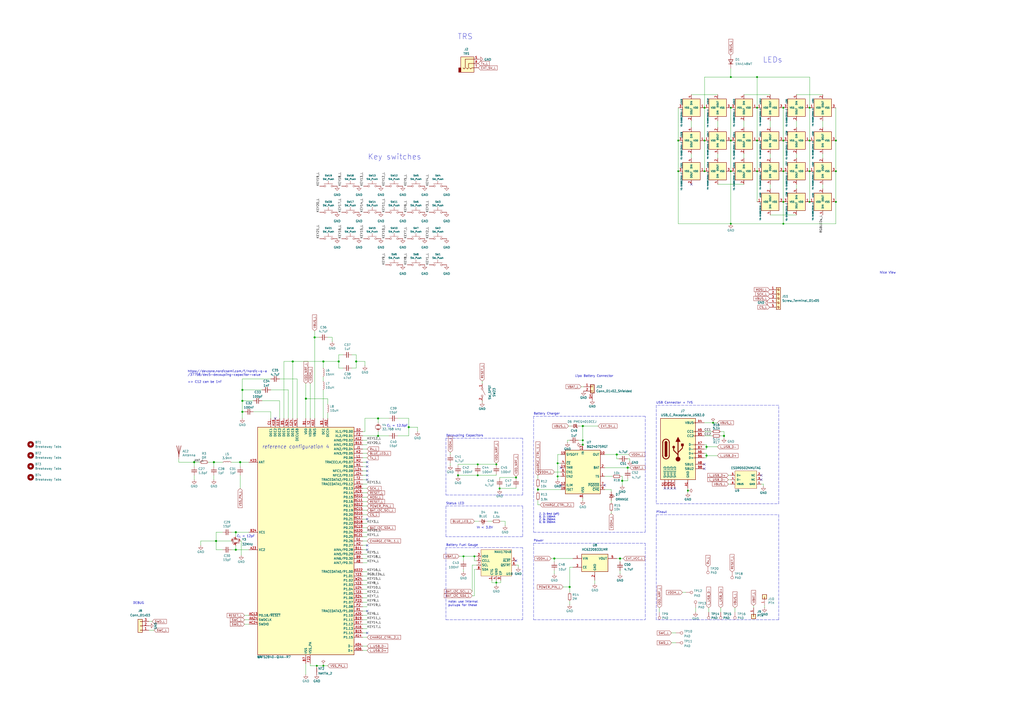
<source format=kicad_sch>
(kicad_sch (version 20231120) (generator "eeschema") (generator_version "8.0")
  (paper "A2")
  (title_block (title "Corne Left") (date "2024-07-20") (rev "4.0.0") (company " "))
  (lib_symbols
    (symbol "Battery_Management:BQ24075RGT"
      (property "Reference" "U" (at -8.89 13.97 0))
      (property "Value" "BQ24075RGT" (at 16.51 13.97 0))
      (symbol "BQ24075RGT_1_1"
        (pin passive line (at 12.7 -2.54 180) (length 2.54) (name "TS") (number "1"))
        (pin power_out line (at 12.7 10.16 180) (length 2.54) (name "OUT") (number "10"))
        (pin passive line (at 12.7 10.16 180) (length 2.54) hide (name "OUT") (number "11"))
        (pin passive line (at -12.7 -7.62 0) (length 2.54) (name "ILIM") (number "12"))
        (pin power_in line (at 0 15.24 270) (length 2.54) (name "IN") (number "13"))
        (pin input line (at -12.7 2.54 0) (length 2.54) (name "TMR") (number "14"))
        (pin input line (at -12.7 10.16 0) (length 2.54) (name "SYSOFF") (number "15"))
        (pin passive line (at -12.7 -10.16 0) (length 2.54) (name "ISET") (number "16"))
        (pin passive line (at 0 -15.24 90) (length 2.54) hide (name "VSS") (number "17"))
        (pin power_out line (at 12.7 2.54 180) (length 2.54) (name "BAT") (number "2"))
        (pin passive line (at 12.7 2.54 180) (length 2.54) hide (name "BAT") (number "3"))
        (pin input line (at -12.7 5.08 0) (length 2.54) (name "~{CE}") (number "4"))
        (pin input line (at -12.7 -2.54 0) (length 2.54) (name "EN2") (number "5"))
        (pin input line (at -12.7 0 0) (length 2.54) (name "EN1") (number "6"))
        (pin open_collector line (at 12.7 -7.62 180) (length 2.54) (name "~{PGOOD}") (number "7"))
        (pin power_in line (at 0 -15.24 90) (length 2.54) (name "VSS") (number "8"))
        (pin open_collector line (at 12.7 -10.16 180) (length 2.54) (name "~{CHG}") (number "9"))
      )
    )
    (symbol "Connector:Screw_Terminal_01x05" (pin_names (offset 1.016) hide)
      (property "Reference" "J" (at 0 7.62 0))
      (property "Value" "Screw_Terminal_01x05" (at 0 -7.62 0))
      (symbol "Screw_Terminal_01x05_1_1"
        (pin passive line (at -5.08 5.08 0) (length 3.81) (name "Pin_1") (number "1"))
        (pin passive line (at -5.08 2.54 0) (length 3.81) (name "Pin_2") (number "2"))
        (pin passive line (at -5.08 0 0) (length 3.81) (name "Pin_3") (number "3"))
        (pin passive line (at -5.08 -2.54 0) (length 3.81) (name "Pin_4") (number "4"))
        (pin passive line (at -5.08 -5.08 0) (length 3.81) (name "Pin_5") (number "5"))
      )
    )
    (symbol "Connector:TestPoint" (pin_numbers hide) (pin_names (offset 0.762) hide)
      (property "Reference" "TP" (at 0 6.858 0))
      (property "Value" "TestPoint" (at 0 5.08 0))
      (symbol "TestPoint_1_1"
        (pin passive line (at 0 0 90) (length 2.54) (name "1") (number "1"))
      )
    )
    (symbol "Connector_Audio:AudioJack3"
      (property "Reference" "J" (at 0 8.89 0))
      (property "Value" "AudioJack3" (at 0 6.35 0))
      (symbol "AudioJack3_1_1"
        (pin passive line (at 5.08 0 180) (length 2.54) (name "~") (number "R"))
        (pin passive line (at 5.08 2.54 180) (length 2.54) (name "~") (number "S"))
        (pin passive line (at 5.08 -2.54 180) (length 2.54) (name "~") (number "T"))
      )
    )
    (symbol "Connector_Generic:Conn_01x01" (pin_names (offset 1.016) hide)
      (property "Reference" "J" (at 0 2.54 0))
      (property "Value" "Conn_01x01" (at 0 -2.54 0))
      (symbol "Conn_01x01_1_1"
        (pin passive line (at -5.08 0 0) (length 3.81) (name "Pin_1") (number "1"))
      )
    )
    (symbol "Connector_Generic:Conn_01x03" (pin_names (offset 1.016) hide)
      (property "Reference" "J" (at 0 5.08 0))
      (property "Value" "Conn_01x03" (at 0 -5.08 0))
      (symbol "Conn_01x03_1_1"
        (pin passive line (at -5.08 2.54 0) (length 3.81) (name "Pin_1") (number "1"))
        (pin passive line (at -5.08 0 0) (length 3.81) (name "Pin_2") (number "2"))
        (pin passive line (at -5.08 -2.54 0) (length 3.81) (name "Pin_3") (number "3"))
      )
    )
    (symbol "Connector_Generic_Shielded:Conn_01x02_Shielded" (pin_names (offset 1.016) hide)
      (property "Reference" "J" (at 0.254 2.286 0))
      (property "Value" "Conn_01x02_Shielded" (at 1.016 -4.826 0))
      (symbol "Conn_01x02_Shielded_1_1"
        (pin passive line (at -5.08 0 0) (length 4.064) (name "Pin_1") (number "1"))
        (pin passive line (at -5.08 -2.54 0) (length 4.064) (name "Pin_2") (number "2"))
        (pin passive line (at 0 -7.62 90) (length 3.81) (name "Shield") (number "SH"))
      )
    )
    (symbol "Device:Antenna" (pin_numbers hide) (pin_names (offset 1.016) hide)
      (property "Reference" "AE" (at -1.905 1.905 0))
      (property "Value" "Antenna" (at -1.905 0 0))
      (symbol "Antenna_1_1"
        (pin input line (at 0 -5.08 90) (length 2.54) (name "A") (number "1"))
      )
    )
    (symbol "Device:C_Small" (pin_numbers hide) (pin_names (offset 0.254) hide)
      (property "Reference" "C" (at 0.254 1.778 0))
      (property "Value" "C_Small" (at 0.254 -2.032 0))
      (symbol "C_Small_1_1"
        (pin passive line (at 0 2.54 270) (length 2.032) (name "~") (number "1"))
        (pin passive line (at 0 -2.54 90) (length 2.032) (name "~") (number "2"))
      )
    )
    (symbol "Device:Crystal_GND24_Small" (pin_names (offset 1.016) hide)
      (property "Reference" "Y" (at 1.27 4.445 0))
      (property "Value" "Crystal_GND24_Small" (at 1.27 2.54 0))
      (symbol "Crystal_GND24_Small_1_1"
        (pin passive line (at -2.54 0 0) (length 1.27) (name "1") (number "1"))
        (pin passive line (at 0 -2.54 90) (length 0.635) (name "2") (number "2"))
        (pin passive line (at 2.54 0 180) (length 1.27) (name "3") (number "3"))
        (pin passive line (at 0 2.54 270) (length 0.635) (name "4") (number "4"))
      )
    )
    (symbol "Device:Crystal_Small" (pin_numbers hide) (pin_names (offset 1.016) hide)
      (property "Reference" "Y" (at 0 2.54 0))
      (property "Value" "Crystal_Small" (at 0 -2.54 0))
      (symbol "Crystal_Small_1_1"
        (pin passive line (at -2.54 0 0) (length 1.27) (name "1") (number "1"))
        (pin passive line (at 2.54 0 180) (length 1.27) (name "2") (number "2"))
      )
    )
    (symbol "Device:D_Schottky_Small" (pin_numbers hide) (pin_names (offset 0.254) hide)
      (property "Reference" "D" (at -1.27 2.032 0))
      (property "Value" "D_Schottky_Small" (at -7.112 -2.032 0))
      (symbol "D_Schottky_Small_1_1"
        (pin passive line (at -2.54 0 0) (length 1.778) (name "K") (number "1"))
        (pin passive line (at 2.54 0 180) (length 1.778) (name "A") (number "2"))
      )
    )
    (symbol "Device:LED_Small" (pin_numbers hide) (pin_names (offset 0.254) hide)
      (property "Reference" "D" (at -1.27 3.175 0))
      (property "Value" "LED_Small" (at -4.445 -2.54 0))
      (symbol "LED_Small_1_1"
        (pin passive line (at -2.54 0 0) (length 1.778) (name "K") (number "1"))
        (pin passive line (at 2.54 0 180) (length 1.778) (name "A") (number "2"))
      )
    )
    (symbol "Device:L_Small" (pin_numbers hide) (pin_names (offset 0.254) hide)
      (property "Reference" "L" (at 0.762 1.016 0))
      (property "Value" "L_Small" (at 0.762 -1.016 0))
      (symbol "L_Small_1_1"
        (pin passive line (at 0 2.54 270) (length 0.508) (name "~") (number "1"))
        (pin passive line (at 0 -2.54 90) (length 0.508) (name "~") (number "2"))
      )
    )
    (symbol "Device:NetTie_2" (pin_numbers hide) (pin_names (offset 0) hide)
      (property "Reference" "NT" (at 0 1.27 0))
      (property "Value" "NetTie_2" (at 0 -1.27 0))
      (symbol "NetTie_2_1_1"
        (pin passive line (at -2.54 0 0) (length 2.54) (name "1") (number "1"))
        (pin passive line (at 2.54 0 180) (length 2.54) (name "2") (number "2"))
      )
    )
    (symbol "Device:R_Small" (pin_numbers hide) (pin_names (offset 0.254) hide)
      (property "Reference" "R" (at 0.762 0.508 0))
      (property "Value" "R_Small" (at 0.762 -1.016 0))
      (symbol "R_Small_1_1"
        (pin passive line (at 0 2.54 270) (length 0.762) (name "~") (number "1"))
        (pin passive line (at 0 -2.54 90) (length 0.762) (name "~") (number "2"))
      )
    )
    (symbol "Diode:1N4148WT" (pin_numbers hide) (pin_names hide)
      (property "Reference" "D" (at 0 2.54 0))
      (property "Value" "1N4148WT" (at 0 -2.54 0))
      (symbol "1N4148WT_1_1"
        (pin passive line (at -3.81 0 0) (length 2.54) (name "K") (number "1"))
        (pin passive line (at 3.81 0 180) (length 2.54) (name "A") (number "2"))
      )
    )
    (symbol "MCU_Nordic:nRF52840"
      (property "Reference" "U" (at 0 5.08 0))
      (property "Value" "nRF52840" (at 0 2.54 0))
      (symbol "nRF52840_1_1"
        (pin bidirectional line (at 33.02 -7.62 180) (length 5.08) (name "AIN5/P0.29") (number "A10"))
        (pin bidirectional line (at 33.02 58.42 180) (length 5.08) (name "AIN0/P0.02") (number "A12"))
        (pin bidirectional line (at 33.02 -55.88 180) (length 5.08) (name "P1.15") (number "A14"))
        (pin bidirectional line (at 33.02 -50.8 180) (length 5.08) (name "P1.13") (number "A16"))
        (pin passive line (at -17.78 71.12 270) (length 5.08) (name "DEC2") (number "A18"))
        (pin bidirectional line (at 33.02 -43.18 180) (length 5.08) (name "P1.10") (number "A20"))
        (pin passive line (at 0 71.12 270) (length 5.08) hide (name "VDD") (number "A22"))
        (pin input line (at -33.02 -5.08 0) (length 5.08) (name "XC2") (number "A23"))
        (pin bidirectional line (at 33.02 -12.7 180) (length 5.08) (name "AIN7/P0.31") (number "A8"))
        (pin input line (at -33.02 -45.72 0) (length 5.08) (name "SWDCLK") (number "AA24"))
        (pin power_out line (at 12.7 71.12 270) (length 5.08) (name "DCCH") (number "AB2"))
        (pin bidirectional line (at 33.02 22.86 180) (length 5.08) (name "P0.16") (number "AC11"))
        (pin bidirectional line (at -33.02 -43.18 0) (length 5.08) (name "P0.18/~{RESET}") (number "AC13"))
        (pin bidirectional line (at 33.02 17.78 180) (length 5.08) (name "P0.19") (number "AC15"))
        (pin bidirectional line (at 33.02 12.7 180) (length 5.08) (name "P0.21") (number "AC17"))
        (pin bidirectional line (at 33.02 7.62 180) (length 5.08) (name "P0.23") (number "AC19"))
        (pin bidirectional line (at 33.02 2.54 180) (length 5.08) (name "P0.25") (number "AC21"))
        (pin bidirectional line (at -33.02 -48.26 0) (length 5.08) (name "SWDIO") (number "AC24"))
        (pin passive line (at -5.08 71.12 270) (length 5.08) (name "DECUSB") (number "AC5"))
        (pin bidirectional line (at 33.02 27.94 180) (length 5.08) (name "P0.14") (number "AC9"))
        (pin bidirectional line (at 33.02 25.4 180) (length 5.08) (name "P0.15") (number "AD10"))
        (pin bidirectional line (at 33.02 20.32 180) (length 5.08) (name "P0.17") (number "AD12"))
        (pin passive line (at 0 71.12 270) (length 5.08) hide (name "VDD") (number "AD14"))
        (pin bidirectional line (at 33.02 15.24 180) (length 5.08) (name "P0.20") (number "AD16"))
        (pin bidirectional line (at 33.02 10.16 180) (length 5.08) (name "P0.22") (number "AD18"))
        (pin power_in line (at 5.08 71.12 270) (length 5.08) (name "VBUS") (number "AD2"))
        (pin bidirectional line (at 33.02 5.08 180) (length 5.08) (name "P0.24") (number "AD20"))
        (pin bidirectional line (at 33.02 -17.78 180) (length 5.08) (name "TRACEDATA0/P1.00") (number "AD22"))
        (pin passive line (at 0 71.12 270) (length 5.08) hide (name "VDD") (number "AD23"))
        (pin bidirectional line (at 33.02 -60.96 180) (length 5.08) (name "D-") (number "AD4"))
        (pin bidirectional line (at 33.02 -63.5 180) (length 5.08) (name "D+") (number "AD6"))
        (pin bidirectional line (at 33.02 30.48 180) (length 5.08) (name "P0.13") (number "AD8"))
        (pin power_in line (at 0 71.12 270) (length 5.08) (name "VDD") (number "B1"))
        (pin bidirectional line (at 33.02 -5.08 180) (length 5.08) (name "AIN4/P0.28") (number "B11"))
        (pin bidirectional line (at 33.02 55.88 180) (length 5.08) (name "AIN1/P0.03") (number "B13"))
        (pin bidirectional line (at 33.02 -53.34 180) (length 5.08) (name "P1.14") (number "B15"))
        (pin bidirectional line (at 33.02 -48.26 180) (length 5.08) (name "P1.12") (number "B17"))
        (pin bidirectional line (at 33.02 -45.72 180) (length 5.08) (name "P1.11") (number "B19"))
        (pin input line (at -33.02 5.08 0) (length 5.08) (name "XC1") (number "B24"))
        (pin power_out line (at 10.16 71.12 270) (length 5.08) (name "DCC") (number "B3"))
        (pin passive line (at -12.7 71.12 270) (length 5.08) (name "DEC4") (number "B5"))
        (pin power_in line (at 0 -71.12 90) (length 5.08) (name "VSS") (number "B7"))
        (pin bidirectional line (at 33.02 -10.16 180) (length 5.08) (name "AIN6/P0.30") (number "B9"))
        (pin passive line (at -20.32 71.12 270) (length 5.08) (name "DEC1") (number "C1"))
        (pin bidirectional line (at 33.02 63.5 180) (length 5.08) (name "XL1/P0.00") (number "D2"))
        (pin passive line (at -15.24 71.12 270) (length 5.08) (name "DEC3") (number "D23"))
        (pin passive line (at -7.62 71.12 270) (length 5.08) (name "DEC6") (number "E24"))
        (pin passive line (at 0 -71.12 90) (length 5.08) hide (name "VSS") (number "EP"))
        (pin bidirectional line (at 33.02 60.96 180) (length 5.08) (name "XL2/P0.01") (number "F2"))
        (pin power_in line (at 2.54 -71.12 90) (length 5.08) (name "VSS_PA") (number "F23"))
        (pin bidirectional line (at 33.02 0 180) (length 5.08) (name "P0.26") (number "G1"))
        (pin bidirectional line (at 33.02 -2.54 180) (length 5.08) (name "P0.27") (number "H2"))
        (pin passive line (at -33.02 45.72 0) (length 5.08) (name "ANT") (number "H23"))
        (pin bidirectional line (at 33.02 53.34 180) (length 5.08) (name "AIN2/P0.04") (number "J1"))
        (pin bidirectional line (at 33.02 38.1 180) (length 5.08) (name "NFC2/P0.10") (number "J24"))
        (pin bidirectional line (at 33.02 50.8 180) (length 5.08) (name "AIN3/P0.05") (number "K2"))
        (pin bidirectional line (at 33.02 48.26 180) (length 5.08) (name "P0.06") (number "L1"))
        (pin bidirectional line (at 33.02 40.64 180) (length 5.08) (name "NFC1/P0.09") (number "L24"))
        (pin bidirectional line (at 33.02 45.72 180) (length 5.08) (name "TRACECLK/P0.07") (number "M2"))
        (pin bidirectional line (at 33.02 43.18 180) (length 5.08) (name "P0.08") (number "N1"))
        (pin passive line (at -10.16 71.12 270) (length 5.08) (name "DEC5") (number "N24"))
        (pin bidirectional line (at 33.02 -38.1 180) (length 5.08) (name "P1.08") (number "P2"))
        (pin bidirectional line (at 33.02 -35.56 180) (length 5.08) (name "P1.07") (number "P23"))
        (pin bidirectional line (at 33.02 -40.64 180) (length 5.08) (name "TRACEDATA3/P1.09") (number "R1"))
        (pin bidirectional line (at 33.02 -33.02 180) (length 5.08) (name "P1.06") (number "R24"))
        (pin bidirectional line (at 33.02 35.56 180) (length 5.08) (name "TRACEDATA2/P0.11") (number "T2"))
        (pin bidirectional line (at 33.02 -30.48 180) (length 5.08) (name "P1.05") (number "T23"))
        (pin bidirectional line (at 33.02 33.02 180) (length 5.08) (name "TRACEDATA1/P0.12") (number "U1"))
        (pin bidirectional line (at 33.02 -27.94 180) (length 5.08) (name "P1.04") (number "U24"))
        (pin bidirectional line (at 33.02 -25.4 180) (length 5.08) (name "P1.03") (number "V23"))
        (pin passive line (at 0 71.12 270) (length 5.08) hide (name "VDD") (number "W1"))
        (pin bidirectional line (at 33.02 -22.86 180) (length 5.08) (name "P1.02") (number "W24"))
        (pin power_in line (at 2.54 71.12 270) (length 5.08) (name "VDDH") (number "Y2"))
        (pin bidirectional line (at 33.02 -20.32 180) (length 5.08) (name "P1.01") (number "Y23"))
      )
    )
    (symbol "Mechanical:MountingHole" (pin_names (offset 1.016))
      (property "Reference" "H" (at 0 5.08 0))
      (property "Value" "MountingHole" (at 0 3.175 0))
    )
    (symbol "Regulator_Linear:XC6220B331MR"
      (property "Reference" "U" (at 0 8.89 0))
      (property "Value" "XC6220B331MR" (at 0 6.35 0))
      (symbol "XC6220B331MR_1_1"
        (pin power_in line (at -12.7 2.54 0) (length 5.08) (name "VIN") (number "1"))
        (pin power_in line (at 0 -10.16 90) (length 5.08) (name "GND") (number "2"))
        (pin input line (at -12.7 -2.54 0) (length 5.08) (name "CE") (number "3"))
        (pin no_connect line (at 12.7 -2.54 180) (length 5.08) hide (name "NC") (number "4"))
        (pin power_out line (at 12.7 2.54 180) (length 5.08) (name "VOUT") (number "5"))
      )
    )
    (symbol "SW_Push_1" (pin_numbers hide) (pin_names (offset 1.016) hide)
      (property "Reference" "SW" (at 1.27 2.54 0))
      (property "Value" "SW_Push" (at 0 -1.524 0))
      (symbol "SW_Push_1_0_1"
        (pin passive line (at -5.08 0 0) (length 2.54) (name "1") (number "1"))
        (pin passive line (at 5.08 0 180) (length 2.54) (name "2") (number "2"))
      )
    )
    (symbol "Switch:SW_Push" (pin_numbers hide) (pin_names (offset 1.016) hide)
      (property "Reference" "SW" (at 1.27 2.54 0))
      (property "Value" "SW_Push" (at 0 -1.524 0))
      (symbol "SW_Push_0_1"
        (pin passive line (at -5.08 0 0) (length 2.54) (name "1") (number "1"))
        (pin passive line (at 5.08 0 180) (length 2.54) (name "2") (number "2"))
      )
    )
    (symbol "Switch:SW_SPST" (pin_names (offset 0) hide)
      (property "Reference" "SW" (at 0 3.175 0))
      (property "Value" "SW_SPST" (at 0 -2.54 0))
      (symbol "SW_SPST_1_1"
        (pin passive line (at -5.08 0 0) (length 2.54) (name "A") (number "1"))
        (pin passive line (at 5.08 0 180) (length 2.54) (name "B") (number "2"))
      )
    )
    (symbol "kbd_local:YS-SK6812MINI-E" (pin_names (offset 1.016))
      (property "Reference" "LED" (at 2.54 -7.62 0))
      (property "Value" "YS-SK6812MINI-E" (at 6.35 -6.35 0))
      (symbol "YS-SK6812MINI-E_1_1"
        (pin power_in line (at 0 7.62 270) (length 2.54) (name "VDD") (number "1"))
        (pin output line (at 7.62 0 180) (length 2.54) (name "DOUT") (number "2"))
        (pin power_in line (at 0 -7.62 90) (length 2.54) (name "VSS") (number "3"))
        (pin input line (at -7.62 0 0) (length 2.54) (name "DIN") (number "4"))
      )
    )
    (symbol "mikoto:ESDR0502NMUTAG" (pin_names (offset 1.016))
      (property "Reference" "U" (at 0 3.81 0))
      (property "Value" "ESDR0502NMUTAG" (at 0 6.985 0))
      (symbol "ESDR0502NMUTAG_1_1"
        (pin power_in line (at 8.89 -2.54 180) (length 2.54) (name "GND") (number "1"))
        (pin passive line (at 8.89 2.54 180) (length 2.54) (name "NC") (number "2"))
        (pin passive line (at 8.89 0 180) (length 2.54) (name "NC") (number "3"))
        (pin passive line (at -8.89 0 0) (length 2.54) (name "D-") (number "4"))
        (pin passive line (at -8.89 2.54 0) (length 2.54) (name "D+") (number "5"))
        (pin power_in line (at -8.89 -2.54 0) (length 2.54) (name "VBUS") (number "6"))
      )
    )
    (symbol "mikoto:MAX17048"
      (property "Reference" "U" (at -7.62 8.89 0))
      (property "Value" "MAX17048" (at 4.445 8.89 0))
      (symbol "MAX17048_0_0"
        (pin power_in line (at -2.54 -10.16 90) (length 2.54) (name "CTG") (number "1"))
        (pin power_in line (at -11.43 1.27 0) (length 2.54) (name "CELL") (number "2"))
        (pin power_in line (at -11.43 3.81 0) (length 2.54) (name "VDD") (number "3"))
        (pin power_in line (at 0 -10.16 90) (length 2.54) (name "GND") (number "4"))
        (pin open_collector line (at 11.43 1.27 180) (length 2.54) (name "~{ALRT}") (number "5"))
        (pin input line (at 11.43 -1.27 180) (length 2.54) (name "QSTRT") (number "6"))
        (pin tri_state line (at -11.43 -1.27 0) (length 2.54) (name "SCL") (number "7"))
        (pin tri_state line (at -11.43 -3.81 0) (length 2.54) (name "SDA") (number "8"))
        (pin power_in line (at 2.54 -10.16 90) (length 2.54) (name "EP") (number "9"))
      )
    )
    (symbol "mikoto:USB_C_Receptacle_USB2.0" (pin_names (offset 1.016))
      (property "Reference" "J" (at -10.16 19.05 0))
      (property "Value" "USB_C_Receptacle_USB2.0" (at 19.05 19.05 0))
      (symbol "USB_C_Receptacle_USB2.0_1_1"
        (pin power_in line (at 5.715 -22.86 90) (length 5.08) (name "GND") (number "A1"))
        (pin power_in line (at 15.24 15.24 180) (length 5.08) (name "VBUS") (number "A4"))
        (pin bidirectional line (at 15.24 10.16 180) (length 5.08) (name "CC1") (number "A5"))
        (pin bidirectional line (at 15.24 -2.54 180) (length 5.08) (name "D+") (number "A6"))
        (pin bidirectional line (at 15.24 2.54 180) (length 5.08) (name "D-") (number "A7"))
        (pin bidirectional line (at 15.24 -8.89 180) (length 5.08) (name "SBU1") (number "A8"))
        (pin bidirectional line (at 15.24 7.62 180) (length 5.08) (name "CC2") (number "B5"))
        (pin bidirectional line (at 15.24 -5.08 180) (length 5.08) (name "D+") (number "B6"))
        (pin bidirectional line (at 15.24 0 180) (length 5.08) (name "D-") (number "B7"))
        (pin bidirectional line (at 15.24 -11.43 180) (length 5.08) (name "SBU2") (number "B8"))
        (pin passive line (at -7.62 -22.86 90) (length 5.08) (name "SHIELD") (number "S1"))
        (pin passive line (at -5.715 -22.86 90) (length 5.08) (name "SHIELD") (number "S2"))
        (pin passive line (at -3.81 -22.86 90) (length 5.08) (name "SHIELD") (number "S3"))
        (pin passive line (at -1.905 -22.86 90) (length 5.08) (name "SHIELD") (number "S4"))
      )
    )
    (symbol "power:GND" (power) (pin_numbers hide) (pin_names (offset 0) hide)
      (property "Value" "GND" (at 0 -3.81 0))
      (symbol "GND_1_1"
        (pin power_in line (at 0 0 270) (length 0) (name "~") (number "1"))
      )
    )
    (symbol "power:PWR_FLAG" (power) (pin_numbers hide) (pin_names (offset 0) hide)
      (property "Value" "PWR_FLAG" (at 0 3.81 0))
      (symbol "PWR_FLAG_0_0"
        (pin power_out line (at 0 0 90) (length 0) (name "pwr") (number "1"))
      )
    )
  )
  (junction (at 330.454 340.487) (diameter 1.016))
  (junction (at 423.926 62.484))
  (junction (at 423.926 44.704))
  (junction (at 237.109 247.777) (diameter 1.016))
  (junction (at 219.329 242.697) (diameter 1.016))
  (junction (at 484.886 117.094))
  (junction (at 219.329 252.857) (diameter 1.016))
  (junction (at 364.109 271.272) (diameter 1.016))
  (junction (at 183.769 386.207))
  (junction (at 408.686 99.314))
  (junction (at 439.166 99.314))
  (junction (at 399.034 284.607))
  (junction (at 206.629 209.677) (diameter 1.016))
  (junction (at 357.759 263.652) (diameter 1.016))
  (junction (at 454.406 117.094))
  (junction (at 140.589 226.187) (diameter 1.016))
  (junction (at 409.829 259.207) (diameter 1.016))
  (junction (at 454.406 81.534))
  (junction (at 423.926 81.534))
  (junction (at 393.446 99.314))
  (junction (at 338.074 247.142) (diameter 1.016))
  (junction (at 136.779 308.737) (diameter 1.016))
  (junction (at 177.419 231.267) (diameter 1.016))
  (junction (at 484.886 99.314))
  (junction (at 287.909 337.947))
  (junction (at 423.926 99.314))
  (junction (at 265.684 275.717))
  (junction (at 439.166 81.534))
  (junction (at 454.406 99.314))
  (junction (at 275.209 322.707))
  (junction (at 196.469 209.677) (diameter 1.016))
  (junction (at 124.079 268.097) (diameter 1.016))
  (junction (at 338.074 257.937))
  (junction (at 413.639 245.237))
  (junction (at 359.664 323.977) (diameter 1.016))
  (junction (at 268.859 322.707))
  (junction (at 409.829 264.287) (diameter 1.016))
  (junction (at 169.799 209.677) (diameter 1.016))
  (junction (at 423.926 129.794))
  (junction (at 299.339 276.987))
  (junction (at 469.646 81.534))
  (junction (at 182.499 195.707) (diameter 1.016))
  (junction (at 454.406 129.794))
  (junction (at 469.646 62.484))
  (junction (at 323.469 276.352))
  (junction (at 360.934 278.892) (diameter 1.016))
  (junction (at 139.319 268.097) (diameter 1.016))
  (junction (at 187.579 386.207))
  (junction (at 439.166 44.704))
  (junction (at 136.779 318.897) (diameter 1.016))
  (junction (at 469.646 117.094))
  (junction (at 125.349 313.817) (diameter 1.016))
  (junction (at 419.989 252.857) (diameter 1.016))
  (junction (at 277.114 275.717))
  (junction (at 321.564 323.977) (diameter 1.016))
  (junction (at 469.646 99.314))
  (junction (at 112.649 268.097) (diameter 1.016))
  (junction (at 323.469 268.732))
  (junction (at 408.686 81.534))
  (junction (at 287.909 269.367))
  (junction (at 338.074 255.397))
  (junction (at 439.166 62.484))
  (junction (at 187.579 209.677) (diameter 1.016))
  (junction (at 277.114 269.367))
  (junction (at 289.814 283.337))
  (junction (at 140.589 238.887) (diameter 1.016))
  (junction (at 140.589 232.537) (diameter 1.016))
  (junction (at 312.039 283.972) (diameter 1.016))
  (junction (at 484.886 81.534))
  (junction (at 393.446 81.534))
  (junction (at 408.686 62.484))
  (junction (at 454.406 62.484))
  (no_connect (at 212.979 278.257))
  (no_connect (at 212.979 316.357))
  (no_connect (at 212.979 275.717))
  (no_connect (at 408.559 269.367))
  (no_connect (at 408.559 271.907))
  (no_connect (at 325.374 281.432))
  (no_connect (at 401.066 106.934))
  (no_connect (at 212.979 301.117))
  (no_connect (at 350.774 281.432))
  (no_connect (at 212.979 367.157))
  (no_connect (at 159.639 242.697))
  (no_connect (at 389.509 283.337))
  (no_connect (at 212.979 273.177))
  (no_connect (at 385.699 283.337))
  (no_connect (at 299.339 325.247))
  (no_connect (at 387.604 283.337))
  (no_connect (at 212.979 268.097))
  (no_connect (at 212.979 318.897))
  (no_connect (at 212.979 270.637))
  (no_connect (at 441.579 275.717))
  (no_connect (at 325.374 271.272))
  (no_connect (at 441.579 278.257))
  (no_connect (at 391.414 283.337))
  (no_connect (at 212.979 354.457))
  (wire (pts (xy 469.646 62.484) (xy 469.646 81.534)))
  (wire (pts (xy 357.759 266.192) (xy 359.029 266.192)))
  (wire (pts (xy 237.109 247.777) (xy 237.109 252.857)))
  (wire (pts (xy 212.979 349.377) (xy 210.439 349.377)))
  (wire (pts (xy 211.709 242.697) (xy 219.329 242.697)))
  (wire (pts (xy 289.814 283.337) (xy 299.339 283.337)))
  (wire (pts (xy 265.684 269.367) (xy 277.114 269.367)))
  (wire (pts (xy 338.074 255.397) (xy 338.074 257.937)))
  (wire (pts (xy 185.039 195.707) (xy 182.499 195.707)))
  (wire (pts (xy 403.479 352.552) (xy 403.479 355.092)))
  (wire (pts (xy 179.959 222.377) (xy 179.959 242.697)))
  (wire (pts (xy 416.179 245.237) (xy 413.639 245.237)))
  (wire (pts (xy 409.829 259.207) (xy 416.179 259.207)))
  (polyline (pts (xy 303.149 359.537) (xy 303.149 317.627)) (stroke (width 0) (type dash)))
  (wire (pts (xy 289.814 283.337) (xy 289.814 283.972)))
  (wire (pts (xy 393.446 81.534) (xy 393.446 99.314)))
  (wire (pts (xy 408.559 263.017) (xy 409.829 263.017)))
  (wire (pts (xy 164.719 242.697) (xy 164.719 209.677)))
  (wire (pts (xy 409.829 260.477) (xy 408.559 260.477)))
  (wire (pts (xy 330.454 340.487) (xy 330.454 329.057)))
  (wire (pts (xy 190.119 195.707) (xy 192.659 195.707)))
  (wire (pts (xy 125.349 308.737) (xy 129.159 308.737)))
  (wire (pts (xy 265.684 275.082) (xy 265.684 275.717)))
  (wire (pts (xy 282.829 302.387) (xy 285.369 302.387)))
  (wire (pts (xy 357.759 263.652) (xy 357.759 266.192)))
  (wire (pts (xy 125.349 318.897) (xy 125.349 313.817)))
  (wire (pts (xy 354.584 283.972) (xy 354.584 285.242)))
  (wire (pts (xy 287.909 337.947) (xy 287.909 339.217)))
  (wire (pts (xy 261.239 262.382) (xy 261.239 263.652)))
  (wire (pts (xy 359.664 330.962) (xy 359.664 332.867)))
  (wire (pts (xy 484.886 62.484) (xy 484.886 81.534)))
  (wire (pts (xy 422.529 278.257) (xy 423.799 278.257)))
  (wire (pts (xy 144.399 268.097) (xy 139.319 268.097)))
  (wire (pts (xy 212.979 354.457) (xy 210.439 354.457)))
  (polyline (pts (xy 380.619 298.577) (xy 451.739 298.577)) (stroke (width 0) (type dash)))
  (wire (pts (xy 312.039 282.702) (xy 312.039 283.972)))
  (wire (pts (xy 265.684 270.002) (xy 265.684 269.367)))
  (wire (pts (xy 299.339 276.352) (xy 299.339 276.987)))
  (wire (pts (xy 360.934 276.352) (xy 360.934 278.892)))
  (wire (pts (xy 103.759 266.192) (xy 103.759 268.097)))
  (wire (pts (xy 393.446 129.794) (xy 423.926 129.794)))
  (wire (pts (xy 219.329 245.237) (xy 219.329 242.697)))
  (wire (pts (xy 212.979 316.357) (xy 210.439 316.357)))
  (wire (pts (xy 439.166 99.314) (xy 439.166 117.094)))
  (polyline (pts (xy 451.739 298.577) (xy 451.739 359.537)) (stroke (width 0) (type dash)))
  (wire (pts (xy 265.684 275.717) (xy 277.114 275.717)))
  (wire (pts (xy 454.406 99.314) (xy 454.406 117.094)))
  (wire (pts (xy 125.349 313.817) (xy 116.459 313.817)))
  (wire (pts (xy 144.399 359.537) (xy 141.859 359.537)))
  (wire (pts (xy 287.909 337.947) (xy 285.369 337.947)))
  (wire (pts (xy 350.774 271.272) (xy 364.109 271.272)))
  (wire (pts (xy 364.109 271.272) (xy 365.379 271.272)))
  (wire (pts (xy 212.979 301.117) (xy 210.439 301.117)))
  (polyline (pts (xy 451.739 235.077) (xy 380.619 235.077)) (stroke (width 0) (type dash)))
  (wire (pts (xy 454.406 81.534) (xy 454.406 99.314)))
  (wire (pts (xy 350.774 283.972) (xy 354.584 283.972)))
  (wire (pts (xy 357.759 323.977) (xy 359.664 323.977)))
  (wire (pts (xy 196.469 205.867) (xy 199.009 205.867)))
  (wire (pts (xy 409.829 259.207) (xy 409.829 260.477)))
  (wire (pts (xy 212.979 351.917) (xy 210.439 351.917)))
  (wire (pts (xy 212.979 331.597) (xy 210.439 331.597)))
  (wire (pts (xy 116.459 313.817) (xy 116.459 316.357)))
  (wire (pts (xy 399.034 284.607) (xy 399.034 285.877)))
  (wire (pts (xy 289.814 282.702) (xy 289.814 283.337)))
  (wire (pts (xy 323.469 268.732) (xy 323.469 276.352)))
  (wire (pts (xy 139.319 313.817) (xy 139.954 313.817)))
  (wire (pts (xy 237.109 242.697) (xy 237.109 247.777)))
  (polyline (pts (xy 258.699 287.147) (xy 303.149 287.147)) (stroke (width 0) (type dash)))
  (wire (pts (xy 268.859 322.707) (xy 268.859 325.247)))
  (wire (pts (xy 140.589 238.887) (xy 141.859 238.887)))
  (wire (pts (xy 212.979 318.897) (xy 210.439 318.897)))
  (wire (pts (xy 323.469 276.352) (xy 325.374 276.352)))
  (wire (pts (xy 462.026 124.714) (xy 446.786 124.714)))
  (wire (pts (xy 277.114 275.082) (xy 277.114 275.717)))
  (wire (pts (xy 408.559 257.937) (xy 409.829 257.937)))
  (wire (pts (xy 290.449 302.387) (xy 292.989 302.387)))
  (wire (pts (xy 359.664 323.977) (xy 359.664 325.882)))
  (wire (pts (xy 350.774 263.652) (xy 357.759 263.652)))
  (wire (pts (xy 312.039 290.322) (xy 312.039 292.862)))
  (wire (pts (xy 312.039 292.862) (xy 313.309 292.862)))
  (wire (pts (xy 129.159 268.097) (xy 124.079 268.097)))
  (wire (pts (xy 187.579 221.107) (xy 187.579 218.567)))
  (wire (pts (xy 212.979 260.477) (xy 210.439 260.477)))
  (wire (pts (xy 364.109 278.892) (xy 364.109 277.622)))
  (wire (pts (xy 469.646 44.704) (xy 469.646 62.484)))
  (wire (pts (xy 360.934 278.892) (xy 360.934 281.432)))
  (wire (pts (xy 204.089 213.487) (xy 206.629 213.487)))
  (wire (pts (xy 212.979 311.277) (xy 210.439 311.277)))
  (wire (pts (xy 177.419 231.267) (xy 177.419 242.697)))
  (wire (pts (xy 169.799 242.697) (xy 169.799 209.677)))
  (wire (pts (xy 212.979 257.937) (xy 210.439 257.937)))
  (wire (pts (xy 338.074 289.052) (xy 338.074 290.322)))
  (wire (pts (xy 439.166 44.704) (xy 469.646 44.704)))
  (wire (pts (xy 89.3826 365.5822) (xy 86.3854 365.5822)))
  (wire (pts (xy 275.209 330.327) (xy 276.479 330.327)))
  (wire (pts (xy 164.719 209.677) (xy 169.799 209.677)))
  (polyline (pts (xy 309.499 241.427) (xy 309.499 308.737)) (stroke (width 0) (type dash)))
  (wire (pts (xy 136.779 318.897) (xy 134.239 318.897)))
  (wire (pts (xy 210.439 273.177) (xy 212.979 273.177)))
  (wire (pts (xy 210.439 334.137) (xy 212.979 334.137)))
  (wire (pts (xy 289.814 276.987) (xy 299.339 276.987)))
  (wire (pts (xy 329.819 247.142) (xy 331.089 247.142)))
  (polyline (pts (xy 258.699 254.127) (xy 258.699 287.147)) (stroke (width 0) (type dash)))
  (polyline (pts (xy 303.149 293.497) (xy 303.149 311.277)) (stroke (width 0) (type dash)))
  (wire (pts (xy 261.239 268.732) (xy 261.239 270.002)))
  (polyline (pts (xy 303.149 254.127) (xy 258.699 254.127)) (stroke (width 0) (type dash)))
  (polyline (pts (xy 309.499 308.737) (xy 374.269 308.737)) (stroke (width 0) (type dash)))
  (wire (pts (xy 212.979 308.737) (xy 210.439 308.737)))
  (wire (pts (xy 359.664 323.977) (xy 361.569 323.977)))
  (wire (pts (xy 389.509 367.157) (xy 392.049 367.157)))
  (wire (pts (xy 409.829 264.287) (xy 416.179 264.287)))
  (wire (pts (xy 408.559 250.317) (xy 413.004 250.317)))
  (wire (pts (xy 212.979 321.437) (xy 210.439 321.437)))
  (wire (pts (xy 273.939 345.567) (xy 275.209 345.567)))
  (wire (pts (xy 446.786 73.914) (xy 446.786 70.104)))
  (wire (pts (xy 212.979 298.577) (xy 210.439 298.577)))
  (wire (pts (xy 277.114 269.367) (xy 287.909 269.367)))
  (wire (pts (xy 462.026 70.104) (xy 462.026 73.914)))
  (wire (pts (xy 210.439 374.777) (xy 212.979 374.777)))
  (wire (pts (xy 266.319 322.707) (xy 268.859 322.707)))
  (wire (pts (xy 446.786 91.694) (xy 446.786 89.154)))
  (polyline (pts (xy 258.699 359.537) (xy 303.149 359.537)) (stroke (width 0) (type dash)))
  (polyline (pts (xy 303.149 317.627) (xy 258.699 317.627)) (stroke (width 0) (type dash)))
  (wire (pts (xy 423.926 62.484) (xy 423.926 81.534)))
  (wire (pts (xy 422.529 275.717) (xy 423.799 275.717)))
  (wire (pts (xy 140.589 219.837) (xy 140.589 226.187)))
  (wire (pts (xy 395.859 343.662) (xy 397.764 343.662)))
  (wire (pts (xy 409.829 264.287) (xy 409.829 265.557)))
  (wire (pts (xy 442.849 280.797) (xy 441.579 280.797)))
  (wire (pts (xy 190.119 239.522) (xy 190.119 242.697)))
  (wire (pts (xy 211.709 250.317) (xy 211.709 242.697)))
  (wire (pts (xy 423.926 99.314) (xy 423.926 129.794)))
  (wire (pts (xy 442.849 282.067) (xy 442.849 280.797)))
  (wire (pts (xy 277.114 275.717) (xy 287.909 275.717)))
  (wire (pts (xy 212.979 336.677) (xy 210.439 336.677)))
  (wire (pts (xy 237.109 252.857) (xy 230.759 252.857)))
  (wire (pts (xy 141.859 356.997) (xy 144.399 356.997)))
  (wire (pts (xy 416.306 73.914) (xy 416.306 70.104)))
  (wire (pts (xy 210.439 293.497) (xy 212.979 293.497)))
  (wire (pts (xy 289.814 277.622) (xy 289.814 276.987)))
  (wire (pts (xy 144.399 308.737) (xy 136.779 308.737)))
  (wire (pts (xy 484.886 129.794) (xy 454.406 129.794)))
  (wire (pts (xy 338.074 257.937) (xy 338.074 258.572)))
  (wire (pts (xy 212.979 278.257) (xy 210.439 278.257)))
  (wire (pts (xy 190.119 231.267) (xy 177.419 231.267)))
  (wire (pts (xy 139.954 313.817) (xy 139.954 322.072)))
  (wire (pts (xy 408.686 44.704) (xy 408.686 62.484)))
  (wire (pts (xy 212.979 306.197) (xy 210.439 306.197)))
  (wire (pts (xy 409.829 263.017) (xy 409.829 264.287)))
  (wire (pts (xy 196.469 205.867) (xy 196.469 209.677)))
  (wire (pts (xy 423.926 129.794) (xy 454.406 129.794)))
  (wire (pts (xy 360.934 278.892) (xy 364.109 278.892)))
  (wire (pts (xy 136.779 308.737) (xy 136.779 311.277)))
  (wire (pts (xy 357.759 263.652) (xy 364.744 263.652)))
  (wire (pts (xy 477.266 70.104) (xy 477.266 73.914)))
  (wire (pts (xy 219.329 242.697) (xy 225.679 242.697)))
  (wire (pts (xy 345.059 336.677) (xy 345.059 338.582)))
  (wire (pts (xy 277.114 269.367) (xy 277.114 270.002)))
  (wire (pts (xy 204.089 205.867) (xy 206.629 205.867)))
  (polyline (pts (xy 380.619 359.537) (xy 380.619 298.577)) (stroke (width 0) (type dash)))
  (wire (pts (xy 212.979 359.537) (xy 210.439 359.537)))
  (wire (pts (xy 212.979 341.757) (xy 210.439 341.757)))
  (wire (pts (xy 212.979 280.797) (xy 210.439 280.797)))
  (wire (pts (xy 212.979 263.017) (xy 210.439 263.017)))
  (wire (pts (xy 423.926 44.704) (xy 439.166 44.704)))
  (wire (pts (xy 321.564 323.977) (xy 321.564 325.882)))
  (wire (pts (xy 136.779 318.897) (xy 144.399 318.897)))
  (wire (pts (xy 437.134 351.282) (xy 437.134 352.552)))
  (wire (pts (xy 199.009 213.487) (xy 196.469 213.487)))
  (wire (pts (xy 146.939 238.887) (xy 157.099 238.887)))
  (wire (pts (xy 329.184 255.397) (xy 330.454 255.397)))
  (wire (pts (xy 336.169 247.142) (xy 338.074 247.142)))
  (wire (pts (xy 312.039 277.622) (xy 312.039 275.717)))
  (wire (pts (xy 323.469 263.652) (xy 325.374 263.652)))
  (wire (pts (xy 139.319 275.717) (xy 139.319 283.337)))
  (wire (pts (xy 299.339 327.787) (xy 300.609 327.787)))
  (wire (pts (xy 321.564 273.812) (xy 325.374 273.812)))
  (wire (pts (xy 230.759 242.697) (xy 237.109 242.697)))
  (wire (pts (xy 337.1342 224.3074) (xy 338.5058 224.3074)))
  (wire (pts (xy 275.209 325.247) (xy 276.479 325.247)))
  (wire (pts (xy 287.909 337.947) (xy 290.449 337.947)))
  (wire (pts (xy 152.019 232.537) (xy 162.179 232.537)))
  (wire (pts (xy 446.786 106.934) (xy 446.786 109.474)))
  (wire (pts (xy 276.479 327.787) (xy 273.939 327.787)))
  (polyline (pts (xy 303.149 311.277) (xy 258.699 311.277)) (stroke (width 0) (type dash)))
  (polyline (pts (xy 258.699 293.497) (xy 303.149 293.497)) (stroke (width 0) (type dash)))
  (wire (pts (xy 399.034 283.337) (xy 399.034 284.607)))
  (wire (pts (xy 287.909 275.717) (xy 287.909 275.082)))
  (wire (pts (xy 439.166 81.534) (xy 439.166 99.314)))
  (wire (pts (xy 338.074 247.142) (xy 346.964 247.142)))
  (wire (pts (xy 210.439 250.317) (xy 211.709 250.317)))
  (wire (pts (xy 446.786 54.864) (xy 431.546 54.864)))
  (wire (pts (xy 112.649 275.717) (xy 112.649 278.257)))
  (wire (pts (xy 129.159 318.897) (xy 125.349 318.897)))
  (wire (pts (xy 431.546 89.154) (xy 431.546 91.694)))
  (polyline (pts (xy 303.149 287.147) (xy 303.149 254.127)) (stroke (width 0) (type dash)))
  (wire (pts (xy 416.306 54.864) (xy 401.066 54.864)))
  (wire (pts (xy 292.989 302.387) (xy 292.989 304.927)))
  (wire (pts (xy 212.979 270.637) (xy 210.439 270.637)))
  (wire (pts (xy 326.644 340.487) (xy 330.454 340.487)))
  (wire (pts (xy 210.439 252.857) (xy 219.329 252.857)))
  (wire (pts (xy 323.469 276.352) (xy 323.469 278.257)))
  (wire (pts (xy 134.239 313.817) (xy 125.349 313.817)))
  (wire (pts (xy 124.079 268.097) (xy 124.079 270.637)))
  (wire (pts (xy 287.909 268.732) (xy 287.909 269.367)))
  (wire (pts (xy 416.306 106.934) (xy 431.546 106.934)))
  (wire (pts (xy 140.589 219.837) (xy 157.099 219.837)))
  (wire (pts (xy 426.339 352.552) (xy 426.339 355.092)))
  (wire (pts (xy 462.026 89.154) (xy 462.026 91.694)))
  (wire (pts (xy 287.909 269.367) (xy 287.909 270.002)))
  (wire (pts (xy 312.039 283.972) (xy 325.374 283.972)))
  (polyline (pts (xy 380.619 292.227) (xy 451.739 292.227)) (stroke (width 0) (type dash)))
  (wire (pts (xy 401.066 70.104) (xy 401.066 73.914)))
  (polyline (pts (xy 258.699 317.627) (xy 258.699 359.537)) (stroke (width 0) (type dash)))
  (wire (pts (xy 134.239 268.097) (xy 139.319 268.097)))
  (wire (pts (xy 206.629 213.487) (xy 206.629 209.677)))
  (wire (pts (xy 206.629 209.677) (xy 211.709 209.677)))
  (wire (pts (xy 360.299 276.352) (xy 360.934 276.352)))
  (wire (pts (xy 411.099 352.552) (xy 411.099 355.092)))
  (wire (pts (xy 350.774 276.352) (xy 355.219 276.352)))
  (wire (pts (xy 418.084 250.317) (xy 419.989 250.317)))
  (wire (pts (xy 365.379 266.192) (xy 365.379 267.462)))
  (polyline (pts (xy 258.699 311.277) (xy 258.699 293.497)) (stroke (width 0) (type dash)))
  (wire (pts (xy 212.979 285.877) (xy 210.439 285.877)))
  (wire (pts (xy 330.454 340.487) (xy 330.454 343.662)))
  (wire (pts (xy 335.534 255.397) (xy 338.074 255.397)))
  (wire (pts (xy 299.339 276.987) (xy 299.339 277.622)))
  (wire (pts (xy 196.469 209.677) (xy 196.469 213.487)))
  (wire (pts (xy 157.099 226.187) (xy 167.259 226.187)))
  (wire (pts (xy 354.584 296.672) (xy 354.584 297.942)))
  (wire (pts (xy 212.979 369.697) (xy 210.439 369.697)))
  (wire (pts (xy 210.439 288.417) (xy 212.979 288.417)))
  (wire (pts (xy 268.859 322.707) (xy 275.209 322.707)))
  (wire (pts (xy 477.266 89.154) (xy 477.266 91.694)))
  (wire (pts (xy 212.979 296.037) (xy 210.439 296.037)))
  (wire (pts (xy 212.979 377.317) (xy 210.439 377.317)))
  (polyline (pts (xy 374.269 308.737) (xy 374.269 241.427)) (stroke (width 0) (type dash)))
  (wire (pts (xy 136.779 316.357) (xy 136.779 318.897)))
  (wire (pts (xy 321.564 323.977) (xy 332.359 323.977)))
  (wire (pts (xy 162.179 232.537) (xy 162.179 242.697)))
  (wire (pts (xy 443.484 351.282) (xy 443.484 352.552)))
  (polyline (pts (xy 451.739 292.227) (xy 451.739 235.077)) (stroke (width 0) (type dash)))
  (wire (pts (xy 192.659 195.707) (xy 192.659 198.247)))
  (wire (pts (xy 454.406 117.094) (xy 454.406 129.794)))
  (wire (pts (xy 423.926 44.704) (xy 408.686 44.704)))
  (wire (pts (xy 354.584 290.322) (xy 354.584 291.592)))
  (wire (pts (xy 431.546 73.914) (xy 431.546 70.104)))
  (wire (pts (xy 418.084 252.857) (xy 419.989 252.857)))
  (wire (pts (xy 179.959 386.207) (xy 183.769 386.207)))
  (wire (pts (xy 103.759 268.097) (xy 112.649 268.097)))
  (wire (pts (xy 169.799 209.677) (xy 187.579 209.677)))
  (wire (pts (xy 120.904 268.097) (xy 124.079 268.097)))
  (wire (pts (xy 279.6794 221.0308) (xy 279.6794 222.5294)))
  (wire (pts (xy 338.074 247.142) (xy 338.074 255.397)))
  (wire (pts (xy 212.979 356.997) (xy 210.439 356.997)))
  (wire (pts (xy 190.119 234.442) (xy 190.119 231.267)))
  (wire (pts (xy 419.989 250.317) (xy 419.989 252.857)))
  (wire (pts (xy 212.979 326.517) (xy 210.439 326.517)))
  (wire (pts (xy 290.449 337.947) (xy 290.449 336.677)))
  (wire (pts (xy 210.439 290.957) (xy 212.979 290.957)))
  (wire (pts (xy 187.579 385.572) (xy 187.579 386.207)))
  (wire (pts (xy 112.649 268.097) (xy 115.824 268.097)))
  (wire (pts (xy 112.649 270.637) (xy 112.649 268.097)))
  (polyline (pts (xy 309.499 359.537) (xy 374.269 359.537)) (stroke (width 0) (type dash)))
  (wire (pts (xy 279.6794 233.3244) (xy 279.6794 232.6894)))
  (wire (pts (xy 212.979 323.977) (xy 210.439 323.977)))
  (wire (pts (xy 389.509 372.872) (xy 392.049 372.872)))
  (wire (pts (xy 211.709 209.677) (xy 211.709 212.217)))
  (wire (pts (xy 418.084 352.552) (xy 418.084 355.092)))
  (wire (pts (xy 275.209 322.707) (xy 275.209 325.247)))
  (wire (pts (xy 484.886 99.314) (xy 484.886 117.094)))
  (wire (pts (xy 312.039 285.242) (xy 312.039 283.972)))
  (wire (pts (xy 187.579 213.487) (xy 187.579 209.677)))
  (wire (pts (xy 212.979 313.817) (xy 210.439 313.817)))
  (wire (pts (xy 140.589 226.187) (xy 152.019 226.187)))
  (wire (pts (xy 212.979 364.617) (xy 210.439 364.617)))
  (wire (pts (xy 469.646 81.534) (xy 469.646 99.314)))
  (wire (pts (xy 212.979 346.837) (xy 210.439 346.837)))
  (wire (pts (xy 329.184 256.667) (xy 329.184 255.397)))
  (polyline (pts (xy 451.739 359.537) (xy 380.619 359.537)) (stroke (width 0) (type dash)))
  (wire (pts (xy 187.579 209.677) (xy 196.469 209.677)))
  (wire (pts (xy 477.266 106.934) (xy 477.266 109.474)))
  (wire (pts (xy 212.979 344.297) (xy 210.439 344.297)))
  (wire (pts (xy 140.589 232.537) (xy 146.939 232.537)))
  (wire (pts (xy 439.166 62.484) (xy 439.166 81.534)))
  (wire (pts (xy 212.979 339.217) (xy 210.439 339.217)))
  (wire (pts (xy 124.079 275.717) (xy 124.079 278.257)))
  (wire (pts (xy 140.589 238.887) (xy 140.589 242.697)))
  (wire (pts (xy 212.979 367.157) (xy 210.439 367.157)))
  (wire (pts (xy 162.179 219.837) (xy 172.339 219.837)))
  (wire (pts (xy 268.859 330.327) (xy 268.859 331.597)))
  (polyline (pts (xy 309.499 315.087) (xy 309.499 359.537)) (stroke (width 0) (type dash)))
  (wire (pts (xy 337.439 257.937) (xy 338.074 257.937)))
  (wire (pts (xy 210.439 275.717) (xy 212.979 275.717)))
  (wire (pts (xy 219.329 252.857) (xy 225.679 252.857)))
  (wire (pts (xy 275.209 302.387) (xy 277.749 302.387)))
  (wire (pts (xy 287.909 336.677) (xy 287.909 337.947)))
  (wire (pts (xy 300.609 327.787) (xy 300.609 329.057)))
  (wire (pts (xy 219.329 252.857) (xy 219.329 250.317)))
  (wire (pts (xy 321.564 330.962) (xy 321.564 332.867)))
  (wire (pts (xy 285.369 337.947) (xy 285.369 336.677)))
  (wire (pts (xy 364.109 272.542) (xy 364.109 271.272)))
  (wire (pts (xy 157.099 242.697) (xy 157.099 238.887)))
  (wire (pts (xy 275.209 322.707) (xy 276.479 322.707)))
  (wire (pts (xy 299.339 283.337) (xy 299.339 282.702)))
  (wire (pts (xy 182.499 195.707) (xy 182.499 191.897)))
  (wire (pts (xy 416.306 91.694) (xy 416.306 89.154)))
  (wire (pts (xy 212.979 268.097) (xy 210.439 268.097)))
  (wire (pts (xy 140.589 226.187) (xy 140.589 232.537)))
  (wire (pts (xy 484.886 81.534) (xy 484.886 99.314)))
  (wire (pts (xy 187.579 226.187) (xy 187.579 242.697)))
  (wire (pts (xy 393.446 99.314) (xy 393.446 129.794)))
  (wire (pts (xy 323.469 263.652) (xy 323.469 268.732)))
  (wire (pts (xy 212.979 362.077) (xy 210.439 362.077)))
  (wire (pts (xy 401.066 89.154) (xy 401.066 91.694)))
  (wire (pts (xy 330.454 329.057) (xy 332.359 329.057)))
  (wire (pts (xy 212.979 303.657) (xy 210.439 303.657)))
  (wire (pts (xy 364.109 266.192) (xy 365.379 266.192)))
  (wire (pts (xy 409.829 257.937) (xy 409.829 259.207)))
  (wire (pts (xy 275.209 330.327) (xy 275.209 345.567)))
  (wire (pts (xy 141.859 362.077) (xy 144.399 362.077)))
  (wire (pts (xy 462.026 54.864) (xy 477.266 54.864)))
  (wire (pts (xy 454.406 62.484) (xy 454.406 81.534)))
  (wire (pts (xy 179.959 386.207) (xy 179.959 384.937)))
  (wire (pts (xy 484.886 117.094) (xy 484.886 129.794)))
  (wire (pts (xy 242.189 247.777) (xy 242.189 250.317)))
  (wire (pts (xy 136.779 308.737) (xy 134.239 308.737)))
  (wire (pts (xy 382.524 352.552) (xy 382.524 355.092)))
  (wire (pts (xy 210.439 283.337) (xy 212.979 283.337)))
  (wire (pts (xy 423.926 81.534) (xy 423.926 99.314)))
  (polyline (pts (xy 374.269 315.087) (xy 374.269 359.537)) (stroke (width 0) (type dash)))
  (wire (pts (xy 212.979 265.557) (xy 210.439 265.557)))
  (wire (pts (xy 125.349 313.817) (xy 125.349 308.737)))
  (wire (pts (xy 408.559 245.237) (xy 413.639 245.237)))
  (wire (pts (xy 88.2396 360.5022) (xy 86.3854 360.5022)))
  (wire (pts (xy 177.419 222.377) (xy 177.419 231.267)))
  (wire (pts (xy 393.446 62.484) (xy 393.446 81.534)))
  (wire (pts (xy 423.926 39.624) (xy 423.926 44.704)))
  (wire (pts (xy 237.109 247.777) (xy 242.189 247.777)))
  (wire (pts (xy 167.259 226.187) (xy 167.259 242.697)))
  (wire (pts (xy 187.579 386.207) (xy 190.119 386.207)))
  (wire (pts (xy 172.339 219.837) (xy 172.339 242.697)))
  (wire (pts (xy 206.629 205.867) (xy 206.629 209.677)))
  (wire (pts (xy 422.529 280.797) (xy 423.799 280.797)))
  (wire (pts (xy 409.829 265.557) (xy 408.559 265.557)))
  (wire (pts (xy 273.939 327.787) (xy 273.939 343.027)))
  (wire (pts (xy 408.686 62.484) (xy 408.686 81.534)))
  (polyline (pts (xy 309.499 315.087) (xy 374.269 315.087)) (stroke (width 0) (type dash)))
  (wire (pts (xy 319.659 323.977) (xy 321.564 323.977)))
  (wire (pts (xy 183.769 386.207) (xy 187.579 386.207)))
  (wire (pts (xy 265.684 275.717) (xy 265.684 276.352)))
  (wire (pts (xy 140.589 232.537) (xy 140.589 238.887)))
  (wire (pts (xy 323.469 268.732) (xy 325.374 268.732)))
  (wire (pts (xy 330.454 348.742) (xy 330.454 350.647)))
  (wire (pts (xy 210.439 255.397) (xy 212.979 255.397)))
  (wire (pts (xy 462.026 106.934) (xy 462.026 109.474)))
  (wire (pts (xy 177.419 384.937) (xy 177.419 391.287)))
  (polyline (pts (xy 380.619 235.077) (xy 380.619 292.227)) (stroke (width 0) (type dash)))
  (polyline (pts (xy 374.269 241.427) (xy 309.499 241.427)) (stroke (width 0) (type dash)))
  (wire (pts (xy 139.319 268.097) (xy 139.319 270.637)))
  (wire (pts (xy 408.686 81.534) (xy 408.686 99.314)))
  (wire (pts (xy 469.646 99.314) (xy 469.646 117.094)))
  (wire (pts (xy 439.166 44.704) (xy 439.166 62.484)))
  (wire (pts (xy 408.559 252.857) (xy 413.004 252.857)))
  (wire (pts (xy 182.499 242.697) (xy 182.499 195.707)))
  (wire (pts (xy 419.989 252.857) (xy 419.989 254.127)))
  (text "Key switches" (at 213.36 92.964 0) (effects (font (size 3.175 3.175)) (justify left bottom)))
  (text "Battery Fuel Gauge" (at 258.699 316.992 0) (effects (font (size 1.27 1.27)) (justify left bottom)))
  (text "C_{L} = 12pF" (at 137.414 311.912 0) (effects (font (size 1.27 1.27)) (justify left bottom)))
  (text "Status LED" (at 258.699 292.862 0) (effects (font (size 1.27 1.27)) (justify left bottom)))
  (text "Z, Z: 0mA (off)\n0, Z: 100mA\nZ, 0: 250mA\n0, 0: 350mA" (at 312.674 303.657 0) (effects (font (size 0.9906 0.9906)) (justify left bottom)))
  (text "Lipo Battery Connector" (at 333.502 218.948 0) (effects (font (size 1.27 1.27)) (justify left bottom)))
  (text "DEBUG" (at 77.1144 350.5962 0) (effects (font (size 1.27 1.27)) (justify left bottom)))
  (text "LEDs" (at 442.468 36.703 0) (effects (font (size 3.175 3.175)) (justify left bottom)))
  (text "note: use internal\npullups for these" (at 259.969 351.917 0) (effects (font (size 1.27 1.27)) (justify left bottom)))
  (text "V_{f} < 3.0V" (at 276.479 306.832 0) (effects (font (size 1.27 1.27)) (justify left bottom)))
  (text "https://devzone.nordicsemi.com/f/nordic-q-a\n/37758/dec5-decoupling-capacitor-value\n\n=> C12 can be 1nF" (at 108.839 222.377 0) (effects (font (size 1.27 1.27)) (justify left bottom)))
  (text "Decoupling Capacitors" (at 258.699 253.492 0) (effects (font (size 1.27 1.27)) (justify left bottom)))
  (text "Pinout" (at 380.619 297.942 0) (effects (font (size 1.27 1.27)) (justify left bottom)))
  (text "TRS" (at 265.43 23.241 0) (effects (font (size 3.175 3.175)) (justify left bottom)))
  (text "C_{L} = 12.5pF" (at 224.409 247.777 0) (effects (font (size 1.27 1.27)) (justify left bottom)))
  (text "Power" (at 309.499 314.452 0) (effects (font (size 1.27 1.27)) (justify left bottom)))
  (text "Battery Charger" (at 309.499 240.792 0) (effects (font (size 1.27 1.27)) (justify left bottom)))
  (text "Nice View" (at 510.286 159.004 0) (effects (font (size 1.27 1.27)) (justify left bottom)))
  (text "USB Connector + TVS" (at 380.619 234.442 0) (effects (font (size 1.27 1.27)) (justify left bottom)))
  (text "reference configuration 4" (at 152.019 260.477 0) (effects (font (size 2 2) (italic yes)) (justify left bottom)))
  (label "KEY21_L" (at 212.979 308.737 0))
  (label "KEY8_L" (at 236.22 153.67 90))
  (label "KEY3_L" (at 248.92 123.19 90))
  (label "KEY6_L" (at 212.979 356.997 0))
  (label "KEY17_L" (at 212.979 364.617 0))
  (label "KEY13_L" (at 212.979 280.797 0))
  (label "KEY18_L" (at 212.979 323.977 0))
  (label "KEY11_L" (at 212.979 359.537 0))
  (label "KEY5_L" (at 236.22 107.95 90))
  (label "KEY8_L" (at 212.979 339.217 0))
  (label "KEY1_L" (at 212.979 311.277 0))
  (label "KEY21_L" (at 185.42 138.43 90))
  (label "CC1" (at 408.559 250.317 0))
  (label "KEY3_L" (at 212.979 303.657 0))
  (label "KEY10_L" (at 212.979 341.757 0))
  (label "KEY4_L" (at 212.979 326.517 0))
  (label "KEY5_L" (at 212.979 321.437 0))
  (label "KEY17_L" (at 198.12 123.19 90))
  (label "KEY20_L" (at 185.42 123.19 90))
  (label "RGBLEDs_L" (at 212.979 334.137 0))
  (label "KEY4_L" (at 248.92 107.95 90))
  (label "KEY18_L" (at 198.12 107.95 90))
  (label "KEY14_L" (at 212.979 362.077 0))
  (label "CC2" (at 408.559 252.857 0))
  (label "KEY7_L" (at 236.22 138.43 90))
  (label "KEY9_L" (at 212.979 349.377 0))
  (label "KEY14_L" (at 210.82 123.19 90))
  (label "KEY15_L" (at 212.979 336.677 0))
  (label "KEY1_L" (at 248.92 153.67 90))
  (label "KEY2_L" (at 248.92 138.43 90))
  (label "ANT_L" (at 112.649 268.097 0))
  (label "KEY16_L" (at 212.979 331.597 0))
  (label "KEY6_L" (at 236.22 123.19 90))
  (label "KEY9_L" (at 223.52 153.67 90))
  (label "KEY2_L" (at 212.979 344.297 0))
  (label "KEY13_L" (at 210.82 107.95 90))
  (label "KEY15_L" (at 210.82 138.43 90))
  (label "KEY10_L" (at 223.52 138.43 90))
  (label "RGBLEDs_L" (at 477.266 124.714 270))
  (label "KEY7_L" (at 212.979 346.837 0))
  (label "KEY12_L" (at 223.52 107.95 90))
  (label "KEY20_L" (at 212.979 257.937 0))
  (label "KEY19_L" (at 212.979 351.917 0))
  (label "KEY12_L" (at 212.979 255.397 0))
  (label "KEY16_L" (at 198.12 138.43 90))
  (label "KEY19_L" (at 185.42 107.95 90))
  (label "KEY11_L" (at 223.52 123.19 90))
  (global_label "VBUS_L" (shape input) (at 422.529 280.797 180) (property "Intersheetrefs" "${INTERSHEET_REFS}" (effects (hide yes))))
  (global_label "MOSI_L" (shape input) (at 446.4558 168.0464 180) (property "Intersheetrefs" "${INTERSHEET_REFS}" (effects (hide yes))))
  (global_label "L_USB_D+" (shape input) (at 418.084 352.552 90) (property "Intersheetrefs" "${INTERSHEET_REFS}" (effects (hide yes))))
  (global_label "VSS_PA_L" (shape input) (at 190.119 386.207 0) (property "Intersheetrefs" "${INTERSHEET_REFS}" (effects (hide yes))))
  (global_label "SWC_L" (shape input) (at 141.859 359.537 180) (property "Intersheetrefs" "${INTERSHEET_REFS}" (effects (hide yes))))
  (global_label "VBUS_L" (shape input) (at 423.926 32.004 90) (property "Intersheetrefs" "${INTERSHEET_REFS}" (effects (hide yes))))
  (global_label "VDDH_L" (shape input) (at 364.744 263.652 0) (property "Intersheetrefs" "${INTERSHEET_REFS}" (effects (hide yes))))
  (global_label "VDD_NRF_L" (shape input) (at 177.419 222.377 90) (property "Intersheetrefs" "${INTERSHEET_REFS}" (effects (hide yes))))
  (global_label "BAT_I2C_SCL_L" (shape input) (at 212.979 296.037 0) (property "Intersheetrefs" "${INTERSHEET_REFS}" (effects (hide yes))))
  (global_label "VBAT_L" (shape input) (at 337.1342 224.3074 180) (property "Intersheetrefs" "${INTERSHEET_REFS}" (effects (hide yes))))
  (global_label "L_USB_D-" (shape input) (at 422.529 278.257 180) (property "Intersheetrefs" "${INTERSHEET_REFS}" (effects (hide yes))))
  (global_label "Rx_L" (shape input) (at 410.6672 328.803 90) (property "Intersheetrefs" "${INTERSHEET_REFS}" (effects (hide yes))))
  (global_label "VDDH_L" (shape input) (at 319.659 323.977 180) (property "Intersheetrefs" "${INTERSHEET_REFS}" (effects (hide yes))))
  (global_label "RESET_L" (shape input) (at 212.979 285.877 0) (property "Intersheetrefs" "${INTERSHEET_REFS}" (effects (hide yes))))
  (global_label "Rx_L" (shape input) (at 212.979 260.477 0) (property "Intersheetrefs" "${INTERSHEET_REFS}" (effects (hide yes))))
  (global_label "CHARGE_CTRL_1_L" (shape input) (at 212.979 313.817 0) (property "Intersheetrefs" "${INTERSHEET_REFS}" (effects (hide yes))))
  (global_label "VBUS_L" (shape input) (at 182.499 191.897 90) (property "Intersheetrefs" "${INTERSHEET_REFS}" (effects (hide yes))))
  (global_label "BLUE_LED_L" (shape input) (at 212.979 263.017 0) (property "Intersheetrefs" "${INTERSHEET_REFS}" (effects (hide yes))))
  (global_label "VBAT_L" (shape input) (at 365.379 271.272 0) (property "Intersheetrefs" "${INTERSHEET_REFS}" (effects (hide yes))))
  (global_label "VBAT_L" (shape input) (at 437.134 351.282 90) (property "Intersheetrefs" "${INTERSHEET_REFS}" (effects (hide yes))))
  (global_label "BAT_I2C_SDA_L" (shape input) (at 273.939 345.567 180) (property "Intersheetrefs" "${INTERSHEET_REFS}" (effects (hide yes))))
  (global_label "CHARGE_CTRL_2_L" (shape input) (at 313.309 292.862 0) (property "Intersheetrefs" "${INTERSHEET_REFS}" (effects (hide yes))))
  (global_label "SWD_L" (shape input) (at 141.859 362.077 180) (property "Intersheetrefs" "${INTERSHEET_REFS}" (effects (hide yes))))
  (global_label "SWD_L" (shape input) (at 88.2396 360.5022 0) (property "Intersheetrefs" "${INTERSHEET_REFS}" (effects (hide yes))))
  (global_label "CS_L" (shape input) (at 446.4558 178.2064 180) (property "Intersheetrefs" "${INTERSHEET_REFS}" (effects (hide yes))))
  (global_label "SWC_L" (shape input) (at 89.3826 365.5822 0) (property "Intersheetrefs" "${INTERSHEET_REFS}" (effects (hide yes))))
  (global_label "SCK_L" (shape input) (at 212.979 283.337 0) (property "Intersheetrefs" "${INTERSHEET_REFS}" (effects (hide yes))))
  (global_label "L_USB_D+" (shape input) (at 416.179 264.287 0) (property "Intersheetrefs" "${INTERSHEET_REFS}" (effects (hide yes))))
  (global_label "L_USB_D+" (shape input) (at 212.979 377.317 0) (property "Intersheetrefs" "${INTERSHEET_REFS}" (effects (hide yes))))
  (global_label "VDD_NRF_L" (shape input) (at 287.909 268.732 90) (property "Intersheetrefs" "${INTERSHEET_REFS}" (effects (hide yes))))
  (global_label "L_USB_D-" (shape input) (at 416.179 259.207 0) (property "Intersheetrefs" "${INTERSHEET_REFS}" (effects (hide yes))))
  (global_label "RESET_L" (shape input) (at 424.688 331.7748 90) (property "Intersheetrefs" "${INTERSHEET_REFS}" (effects (hide yes))))
  (global_label "VDDH_L" (shape input) (at 395.859 343.662 180) (property "Intersheetrefs" "${INTERSHEET_REFS}" (effects (hide yes))))
  (global_label "CS_L" (shape input) (at 212.979 298.577 0) (property "Intersheetrefs" "${INTERSHEET_REFS}" (effects (hide yes))))
  (global_label "RESET_L" (shape input) (at 212.979 290.957 0) (property "Intersheetrefs" "${INTERSHEET_REFS}" (effects (hide yes))))
  (global_label "VDDH_L" (shape input) (at 354.584 297.942 270) (property "Intersheetrefs" "${INTERSHEET_REFS}" (effects (hide yes))))
  (global_label "VBUS_L" (shape input) (at 416.179 245.237 0) (property "Intersheetrefs" "${INTERSHEET_REFS}" (effects (hide yes))))
  (global_label "RESET_L" (shape input) (at 141.859 356.997 180) (property "Intersheetrefs" "${INTERSHEET_REFS}" (effects (hide yes))))
  (global_label "CHARGE_CTRL_2_L" (shape input) (at 212.979 369.697 0) (property "Intersheetrefs" "${INTERSHEET_REFS}" (effects (hide yes))))
  (global_label "SWD_L" (shape input) (at 389.509 372.872 180) (property "Intersheetrefs" "${INTERSHEET_REFS}" (effects (hide yes))))
  (global_label "BAT_I2C_SDA_L" (shape input) (at 212.979 306.197 0) (property "Intersheetrefs" "${INTERSHEET_REFS}" (effects (hide yes))))
  (global_label "VDD_NRF_L" (shape input) (at 299.339 276.352 90) (property "Intersheetrefs" "${INTERSHEET_REFS}" (effects (hide yes))))
  (global_label "VDDH_L" (shape input) (at 261.239 262.382 90) (property "Intersheetrefs" "${INTERSHEET_REFS}" (effects (hide yes))))
  (global_label "Tx_L" (shape input) (at 212.979 265.557 0) (property "Intersheetrefs" "${INTERSHEET_REFS}" (effects (hide yes))))
  (global_label "VDDH_L" (shape input) (at 321.564 273.812 180) (property "Intersheetrefs" "${INTERSHEET_REFS}" (effects (hide yes))))
  (global_label "EXT_VCC_L" (shape input) (at 361.569 323.977 0) (property "Intersheetrefs" "${INTERSHEET_REFS}" (effects (hide yes))))
  (global_label "VSS_PA_L" (shape input) (at 139.319 283.337 270) (property "Intersheetrefs" "${INTERSHEET_REFS}" (effects (hide yes))))
  (global_label "RESET_L" (shape input) (at 279.6794 221.0308 90) (property "Intersheetrefs" "${INTERSHEET_REFS}" (effects (hide yes))))
  (global_label "POWER_PIN_L" (shape input) (at 212.979 293.497 0) (property "Intersheetrefs" "${INTERSHEET_REFS}" (effects (hide yes))))
  (global_label "L_USB_D+" (shape input) (at 422.529 275.717 180) (property "Intersheetrefs" "${INTERSHEET_REFS}" (effects (hide yes))))
  (global_label "EXT_5V_L" (shape input) (at 277.495 39.37 0) (property "Intersheetrefs" "${INTERSHEET_REFS}" (effects (hide yes))))
  (global_label "VBUS_L" (shape input) (at 426.339 352.552 90) (property "Intersheetrefs" "${INTERSHEET_REFS}" (effects (hide yes))))
  (global_label "SCK_L" (shape input) (at 446.4558 170.5864 180) (property "Intersheetrefs" "${INTERSHEET_REFS}" (effects (hide yes))))
  (global_label "SWC_L" (shape input) (at 389.509 367.157 180) (property "Intersheetrefs" "${INTERSHEET_REFS}" (effects (hide yes))))
  (global_label "VDD_NRF_L" (shape input) (at 382.524 352.552 90) (property "Intersheetrefs" "${INTERSHEET_REFS}" (effects (hide yes))))
  (global_label "Tx_L" (shape input) (at 277.495 36.83 0) (property "Intersheetrefs" "${INTERSHEET_REFS}" (effects (hide yes))))
  (global_label "VBUS_L" (shape input) (at 446.4558 173.1264 180) (property "Intersheetrefs" "${INTERSHEET_REFS}" (effects (hide yes))))
  (global_label "VBAT_L" (shape input) (at 266.319 322.707 180) (property "Intersheetrefs" "${INTERSHEET_REFS}" (effects (hide yes))))
  (global_label "BAT_I2C_SCL_L" (shape input) (at 273.939 343.027 180) (property "Intersheetrefs" "${INTERSHEET_REFS}" (effects (hide yes))))
  (global_label "L_USB_D-" (shape input) (at 411.099 352.552 90) (property "Intersheetrefs" "${INTERSHEET_REFS}" (effects (hide yes))))
  (global_label "EXT_5V_L" (shape input) (at 346.964 247.142 0) (property "Intersheetrefs" "${INTERSHEET_REFS}" (effects (hide yes))))
  (global_label "L_USB_D-" (shape input) (at 212.979 374.777 0) (property "Intersheetrefs" "${INTERSHEET_REFS}" (effects (hide yes))))
  (global_label "VBUS_L" (shape input) (at 329.819 247.142 180) (property "Intersheetrefs" "${INTERSHEET_REFS}" (effects (hide yes))))
  (global_label "BLUE_LED_L" (shape input) (at 275.209 302.387 180) (property "Intersheetrefs" "${INTERSHEET_REFS}" (effects (hide yes))))
  (global_label "VDDH_L" (shape input) (at 179.959 222.377 90) (property "Intersheetrefs" "${INTERSHEET_REFS}" (effects (hide yes))))
  (global_label "CHARGE_CTRL_1_L" (shape input) (at 312.039 275.717 90) (property "Intersheetrefs" "${INTERSHEET_REFS}" (effects (hide yes))))
  (global_label "POWER_PIN_L" (shape input) (at 326.644 340.487 180) (property "Intersheetrefs" "${INTERSHEET_REFS}" (effects (hide yes))))
  (global_label "MOSI_L" (shape input) (at 212.979 288.417 0) (property "Intersheetrefs" "${INTERSHEET_REFS}" (effects (hide yes))))
  (symbol (lib_id "power:GND") (at 233.68 153.67 0) (unit 1)
    (property "Reference" "#PWR044" (effects (hide yes)))
    (property "Value" "GND" (at 233.68 158.75 0))
    (property "Description" "Power symbol creates a global label with name \"GND\" , ground" (effects (hide yes)))
  )
  (symbol (lib_id "Device:R_Small") (at 357.759 276.352 90) (unit 1)
    (property "Reference" "R18" (at 357.759 278.6032 90))
    (property "Value" "10k" (at 357.759 274.3933 90))
    (property "Footprint" "Ahsan Libs:R_0402_1005Metric" (effects (hide yes)))
    (property "JLC Part" "C25744" (effects (hide yes)))
  )
  (symbol (lib_id "power:GND") (at 195.58 138.43 0) (unit 1)
    (property "Reference" "#PWR030" (effects (hide yes)))
    (property "Value" "GND" (at 195.58 143.51 0))
    (property "Description" "Power symbol creates a global label with name \"GND\" , ground" (effects (hide yes)))
  )
  (symbol (lib_id "kbd_local:YS-SK6812MINI-E") (at 416.306 81.534 90) (unit 1)
    (property "Reference" "LED17" (at 410.591 79.629 0) (effects (font (size 0.7366 0.7366)) (justify left)))
    (property "Value" "YS-SK6812MINI-E" (at 410.591 92.329 0) (effects (font (size 0.7366 0.7366)) (justify left)))
    (property "Footprint" "Ahsan Libs:YS-SK6812MINI-E_crone" (effects (hide yes)))
    (property "JLC Part" "C5149201" (effects (hide yes)))
  )
  (symbol (lib_id "Switch:SW_Push") (at 241.3 107.95 0) (unit 1)
    (property "Reference" "SW5" (at 241.3 101.854 0) (effects (font (size 1 1))))
    (property "Value" "SW_Push" (at 241.3 103.886 0) (effects (font (size 1 1))))
    (property "Footprint" "Ahsan Libs:keyswitch_cherrymx_hotswap_1u" (effects (hide yes)))
    (property "JLC Part" "C2803348" (effects (hide yes)))
  )
  (symbol (lib_id "kbd_local:YS-SK6812MINI-E") (at 462.026 81.534 270) (unit 1)
    (property "Reference" "LED6" (at 456.311 75.819 0) (effects (font (size 0.7366 0.7366)) (justify left)))
    (property "Value" "YS-SK6812MINI-E" (at 456.311 82.169 0) (effects (font (size 0.7366 0.7366)) (justify left)))
    (property "Footprint" "Ahsan Libs:YS-SK6812MINI-E_crone" (effects (hide yes)))
    (property "JLC Part" "C5149201" (effects (hide yes)))
  )
  (symbol (lib_id "power:GND") (at 208.28 123.19 0) (unit 1)
    (property "Reference" "#PWR032" (effects (hide yes)))
    (property "Value" "GND" (at 208.28 128.27 0))
    (property "Description" "Power symbol creates a global label with name \"GND\" , ground" (effects (hide yes)))
  )
  (symbol (lib_id "kbd_local:YS-SK6812MINI-E") (at 477.266 62.484 90) (unit 1)
    (property "Reference" "LED4" (at 471.551 59.944 0) (effects (font (size 0.7366 0.7366)) (justify left)))
    (property "Value" "YS-SK6812MINI-E" (at 471.551 73.279 0) (effects (font (size 0.7366 0.7366)) (justify left)))
    (property "Footprint" "Ahsan Libs:YS-SK6812MINI-E_crone" (effects (hide yes)))
    (property "JLC Part" "C5149201" (effects (hide yes)))
  )
  (symbol (lib_id "Battery_Management:BQ24075RGT") (at 338.074 273.812 0) (unit 1)
    (property "Reference" "U7" (at 340.2681 256.54 0) (effects (justify left)))
    (property "Value" "BQ24075RGT" (at 340.2681 259.08 0) (effects (justify left)))
    (property "Footprint" "Ahsan Libs:VQFN-16-1EP_3x3mm_P0.5mm_EP1.6x1.6mm" (effects (hide yes)))
    (property "Datasheet" "http://www.ti.com/lit/ds/symlink/bq24075.pdf" (effects (hide yes)))
    (property "JLC Part" "C2865459" (effects (hide yes)))
  )
  (symbol (lib_id "power:GND") (at 220.98 138.43 0) (unit 1)
    (property "Reference" "#PWR038" (effects (hide yes)))
    (property "Value" "GND" (at 220.98 143.51 0))
    (property "Description" "Power symbol creates a global label with name \"GND\" , ground" (effects (hide yes)))
  )
  (symbol (lib_name "SW_Push_1") (lib_id "Switch:SW_Push") (at 254 107.95 0) (unit 1)
    (property "Reference" "SW4" (at 254 101.854 0) (effects (font (size 1 1))))
    (property "Value" "SW_Push" (at 254 103.886 0) (effects (font (size 1 1))))
    (property "Footprint" "Ahsan Libs:keyswitch_cherrymx_hotswap_1u" (effects (hide yes)))
    (property "JLC Part" "C2803348" (effects (hide yes)))
  )
  (symbol (lib_id "power:GND") (at 323.469 278.257 0) (unit 1)
    (property "Reference" "#PWR081" (effects (hide yes)))
    (property "Value" "GND" (at 323.469 282.067 0))
    (property "Description" "Power symbol creates a global label with name \"GND\" , ground" (effects (hide yes)))
  )
  (symbol (lib_id "power:GND") (at 233.68 123.19 0) (unit 1)
    (property "Reference" "#PWR042" (effects (hide yes)))
    (property "Value" "GND" (at 233.68 128.27 0))
    (property "Description" "Power symbol creates a global label with name \"GND\" , ground" (effects (hide yes)))
  )
  (symbol (lib_id "Device:R_Small") (at 287.909 302.387 270) (unit 1)
    (property "Reference" "R4" (at 287.909 297.4086 90))
    (property "Value" "1.5k" (at 287.909 299.72 90))
    (property "Footprint" "Ahsan Libs:R_0402_1005Metric" (effects (hide yes)))
    (property "JLC Part" "C25867" (effects (hide yes)))
  )
  (symbol (lib_id "Switch:SW_Push") (at 228.6 107.95 0) (unit 1)
    (property "Reference" "SW12" (at 228.6 101.854 0) (effects (font (size 1 1))))
    (property "Value" "SW_Push" (at 228.6 103.886 0) (effects (font (size 1 1))))
    (property "Footprint" "Ahsan Libs:keyswitch_cherrymx_hotswap_1u" (effects (hide yes)))
    (property "JLC Part" "C2803348" (effects (hide yes)))
  )
  (symbol (lib_id "Switch:SW_Push") (at 241.3 138.43 0) (unit 1)
    (property "Reference" "SW7" (at 241.3 132.334 0) (effects (font (size 1 1))))
    (property "Value" "SW_Push" (at 241.3 134.366 0) (effects (font (size 1 1))))
    (property "Footprint" "Ahsan Libs:keyswitch_cherrymx_hotswap_1u" (effects (hide yes)))
    (property "JLC Part" "C2803348" (effects (hide yes)))
  )
  (symbol (lib_id "power:GND") (at 442.849 282.067 0) (unit 1)
    (property "Reference" "#PWR094" (effects (hide yes)))
    (property "Value" "GND" (at 442.849 285.877 0))
    (property "Description" "Power symbol creates a global label with name \"GND\" , ground" (effects (hide yes)))
  )
  (symbol (lib_id "Device:C_Small") (at 299.339 280.162 180) (unit 1)
    (property "Reference" "C47" (at 296.799 278.8855 0) (effects (justify left)))
    (property "Value" "1uF" (at 296.799 281.4255 0) (effects (justify left)))
    (property "Footprint" "Ahsan Libs:C_0402_1005Metric" (effects (hide yes)))
    (property "JLC Part" "C52923" (effects (hide yes)))
  )
  (symbol (lib_id "Connector_Generic:Conn_01x01") (at 443.484 346.202 90) (unit 1) (in_bom no)
    (property "Reference" "J10" (at 445.5161 347.4731 90) (effects (justify right)))
    (property "Value" "PTH" (at 445.5161 349.7718 90) (effects (justify right)))
    (property "Footprint" "footprints:PTH-0.8_0.45mm" (effects (hide yes)))
  )
  (symbol (lib_id "Device:C_Small") (at 277.114 272.542 180) (unit 1)
    (property "Reference" "C44" (at 279.654 271.2655 0) (effects (justify right)))
    (property "Value" "100nF" (at 279.654 273.8055 0) (effects (justify right)))
    (property "Footprint" "Ahsan Libs:C_0402_1005Metric" (effects (hide yes)))
    (property "JLC Part" "C1525" (effects (hide yes)))
  )
  (symbol (lib_id "Connector:TestPoint") (at 424.688 331.7748 180) (unit 1) (in_bom no)
    (property "Reference" "TP18" (at 426.0851 332.8554 0) (effects (justify right)))
    (property "Value" "PAD" (at 426.0851 335.1541 0) (effects (justify right)))
    (property "Footprint" "footprints:TestPoint_Pad_1.0x1.0mm-nosilk" (effects (hide yes)))
  )
  (symbol (lib_id "power:GND") (at 192.659 198.247 0) (unit 1)
    (property "Reference" "#PWR068" (effects (hide yes)))
    (property "Value" "GND" (at 192.659 202.057 0))
    (property "Description" "Power symbol creates a global label with name \"GND\" , ground" (effects (hide yes)))
  )
  (symbol (lib_id "power:GND") (at 446.4558 175.6664 270) (unit 1)
    (property "Reference" "#PWR096" (effects (hide yes)))
    (property "Value" "GND" (at 441.452 175.514 90))
    (property "Description" "Power symbol creates a global label with name \"GND\" , ground" (effects (hide yes)))
  )
  (symbol (lib_id "power:GND") (at 139.954 322.072 0) (unit 1)
    (property "Reference" "#PWR064" (effects (hide yes)))
    (property "Value" "GND" (at 139.954 325.882 0))
    (property "Description" "Power symbol creates a global label with name \"GND\" , ground" (effects (hide yes)))
  )
  (symbol (lib_id "power:GND") (at 279.6794 233.3244 0) (unit 1)
    (property "Reference" "#PWR084" (effects (hide yes)))
    (property "Value" "GND" (at 279.6794 237.1344 0))
    (property "Description" "Power symbol creates a global label with name \"GND\" , ground" (effects (hide yes)))
  )
  (symbol (lib_id "Switch:SW_Push") (at 190.5 138.43 0) (unit 1)
    (property "Reference" "SW21" (at 190.5 132.334 0) (effects (font (size 1 1))))
    (property "Value" "SW_Push" (at 190.5 134.366 0) (effects (font (size 1 1))))
    (property "Footprint" "Ahsan Libs:keyswitch_cherrymx_hotswap_1u" (effects (hide yes)))
    (property "JLC Part" "C2803348" (effects (hide yes)))
  )
  (symbol (lib_id "Device:C_Small") (at 287.909 272.542 180) (unit 1)
    (property "Reference" "C45" (at 290.449 271.2655 0) (effects (justify right)))
    (property "Value" "100nF" (at 290.449 273.8055 0) (effects (justify right)))
    (property "Footprint" "Ahsan Libs:C_0402_1005Metric" (effects (hide yes)))
    (property "JLC Part" "C1525" (effects (hide yes)))
  )
  (symbol (lib_id "Device:R_Small") (at 354.584 294.132 180) (unit 1)
    (property "Reference" "R15" (at 356.0827 293.2235 0) (effects (justify right)))
    (property "Value" "10k" (at 356.0827 295.3636 0) (effects (justify right)))
    (property "Footprint" "Ahsan Libs:R_0402_1005Metric" (effects (hide yes)))
    (property "JLC Part" "C25744" (effects (hide yes)))
  )
  (symbol (lib_id "Device:C_Small") (at 144.399 238.887 270) (unit 1)
    (property "Reference" "C32" (at 144.399 233.807 90))
    (property "Value" "100nF" (at 144.399 236.347 90))
    (property "Footprint" "Ahsan Libs:C_0402_1005Metric" (effects (hide yes)))
    (property "JLC Part" "C1525" (effects (hide yes)))
  )
  (symbol (lib_id "power:GND") (at 259.08 138.43 0) (unit 1)
    (property "Reference" "#PWR052" (effects (hide yes)))
    (property "Value" "GND" (at 259.08 143.51 0))
    (property "Description" "Power symbol creates a global label with name \"GND\" , ground" (effects (hide yes)))
  )
  (symbol (lib_id "kbd_local:YS-SK6812MINI-E") (at 416.306 62.484 90) (unit 1)
    (property "Reference" "LED18" (at 410.591 60.579 0) (effects (font (size 0.7366 0.7366)) (justify left)))
    (property "Value" "YS-SK6812MINI-E" (at 410.591 73.914 0) (effects (font (size 0.7366 0.7366)) (justify left)))
    (property "Footprint" "Ahsan Libs:YS-SK6812MINI-E_crone" (effects (hide yes)))
    (property "JLC Part" "C5149201" (effects (hide yes)))
  )
  (symbol (lib_id "power:GND") (at 423.926 129.794 0) (unit 1)
    (property "Reference" "#PWR035" (effects (hide yes)))
    (property "Value" "GND" (at 423.926 133.604 0))
    (property "Description" "Power symbol creates a global label with name \"GND\" , ground" (effects (hide yes)))
  )
  (symbol (lib_id "Switch:SW_Push") (at 190.5 107.95 0) (unit 1)
    (property "Reference" "SW19" (at 190.5 101.854 0) (effects (font (size 1 1))))
    (property "Value" "SW_Push" (at 190.5 103.886 0) (effects (font (size 1 1))))
    (property "Footprint" "Ahsan Libs:keyswitch_cherrymx_hotswap_1u" (effects (hide yes)))
    (property "JLC Part" "C2803348" (effects (hide yes)))
  )
  (symbol (lib_id "Device:D_Schottky_Small") (at 333.629 247.142 180) (unit 1)
    (property "Reference" "D6" (at 330.454 244.602 0))
    (property "Value" "PMEG4010CEJ" (at 339.344 244.602 0))
    (property "Footprint" "Diode_SMD:D_SOD-323F" (effects (hide yes)))
    (property "JLC Part" "C50704" (effects (hide yes)))
  )
  (symbol (lib_id "kbd_local:YS-SK6812MINI-E") (at 446.786 81.534 90) (unit 1)
    (property "Reference" "LED11" (at 441.071 79.629 0) (effects (font (size 0.7366 0.7366)) (justify left)))
    (property "Value" "YS-SK6812MINI-E" (at 441.071 92.329 0) (effects (font (size 0.7366 0.7366)) (justify left)))
    (property "Footprint" "Ahsan Libs:YS-SK6812MINI-E_crone" (effects (hide yes)))
    (property "JLC Part" "C5149201" (effects (hide yes)))
  )
  (symbol (lib_id "kbd_local:YS-SK6812MINI-E") (at 477.266 99.314 90) (unit 1)
    (property "Reference" "LED2" (at 471.551 96.774 0) (effects (font (size 0.7366 0.7366)) (justify left)))
    (property "Value" "YS-SK6812MINI-E" (at 471.551 110.109 0) (effects (font (size 0.7366 0.7366)) (justify left)))
    (property "Footprint" "Ahsan Libs:YS-SK6812MINI-E_crone" (effects (hide yes)))
    (property "JLC Part" "C5149201" (effects (hide yes)))
  )
  (symbol (lib_id "Device:C_Small") (at 201.549 213.487 270) (unit 1)
    (property "Reference" "C38" (at 201.549 216.9668 90))
    (property "Value" "47nF" (at 201.549 219.2782 90))
    (property "Footprint" "Ahsan Libs:C_0402_1005Metric" (effects (hide yes)))
    (property "JLC Part" "C312032" (effects (hide yes)))
  )
  (symbol (lib_id "Diode:1N4148WT") (at 423.926 35.814 90) (unit 1)
    (property "Reference" "D1" (at 426.466 34.544 90) (effects (justify right)))
    (property "Value" "1N4148WT" (at 426.466 37.084 90) (effects (justify right)))
    (property "Footprint" "Diode_SMD:D_SOD-523" (effects (hide yes)))
    (property "Datasheet" "https://www.diodes.com/assets/Datasheets/ds30396.pdf" (effects (hide yes)))
    (property "JLC Part" "C232841" (effects (hide yes)))
  )
  (symbol (lib_id "power:GND") (at 403.479 355.092 0) (unit 1)
    (property "Reference" "#PWR092" (effects (hide yes)))
    (property "Value" "GND" (at 403.479 358.902 0))
    (property "Description" "Power symbol creates a global label with name \"GND\" , ground" (effects (hide yes)))
  )
  (symbol (lib_id "power:GND") (at 195.58 107.95 0) (unit 1)
    (property "Reference" "#PWR028" (effects (hide yes)))
    (property "Value" "GND" (at 195.58 113.03 0))
    (property "Description" "Power symbol creates a global label with name \"GND\" , ground" (effects (hide yes)))
  )
  (symbol (lib_id "Device:R_Small") (at 330.454 346.202 0) (unit 1)
    (property "Reference" "R14" (at 331.9526 345.0336 0) (effects (justify left)))
    (property "Value" "2M" (at 331.9526 347.345 0) (effects (justify left)))
    (property "Footprint" "Ahsan Libs:R_0402_1005Metric" (effects (hide yes)))
    (property "JLC Part" "C138014" (effects (hide yes)))
  )
  (symbol (lib_id "Switch:SW_Push") (at 241.3 123.19 0) (unit 1)
    (property "Reference" "SW6" (at 241.3 117.094 0) (effects (font (size 1 1))))
    (property "Value" "SW_Push" (at 241.3 119.126 0) (effects (font (size 1 1))))
    (property "Footprint" "Ahsan Libs:keyswitch_cherrymx_hotswap_1u" (effects (hide yes)))
    (property "JLC Part" "C2803348" (effects (hide yes)))
  )
  (symbol (lib_id "Device:L_Small") (at 131.699 268.097 90) (unit 1)
    (property "Reference" "L5" (at 131.699 263.398 90))
    (property "Value" "3.9nH" (at 131.699 265.7094 90))
    (property "Footprint" "Inductor_SMD:L_0402_1005Metric" (effects (hide yes)))
    (property "JLC Part" "C14033" (effects (hide yes)))
  )
  (symbol (lib_id "Device:LED_Small") (at 354.584 287.782 270) (unit 1)
    (property "Reference" "D7" (at 356.9971 286.8735 90) (effects (justify left)))
    (property "Value" "ORANGE" (at 356.9971 289.6486 90) (effects (justify left)))
    (property "Footprint" "LED_SMD:LED_0402_1005Metric" (effects (hide yes)))
    (property "JLC Part" "C364554" (effects (hide yes)))
  )
  (symbol (lib_id "power:GND") (at 177.419 391.287 0) (unit 1)
    (property "Reference" "#PWR066" (effects (hide yes)))
    (property "Value" "GND" (at 177.419 395.097 0))
    (property "Description" "Power symbol creates a global label with name \"GND\" , ground" (effects (hide yes)))
  )
  (symbol (lib_id "power:GND") (at 220.98 123.19 0) (unit 1)
    (property "Reference" "#PWR037" (effects (hide yes)))
    (property "Value" "GND" (at 220.98 128.27 0))
    (property "Description" "Power symbol creates a global label with name \"GND\" , ground" (effects (hide yes)))
  )
  (symbol (lib_id "kbd_local:YS-SK6812MINI-E") (at 462.026 62.484 270) (unit 1)
    (property "Reference" "LED5" (at 456.311 57.404 0) (effects (font (size 0.7366 0.7366)) (justify left)))
    (property "Value" "YS-SK6812MINI-E" (at 456.311 63.119 0) (effects (font (size 0.7366 0.7366)) (justify left)))
    (property "Footprint" "Ahsan Libs:YS-SK6812MINI-E_crone" (effects (hide yes)))
    (property "JLC Part" "C5149201" (effects (hide yes)))
  )
  (symbol (lib_id "Switch:SW_Push") (at 254 153.67 0) (unit 1)
    (property "Reference" "SW1" (at 254 147.574 0) (effects (font (size 1 1))))
    (property "Value" "SW_Push" (at 254 149.606 0) (effects (font (size 1 1))))
    (property "Footprint" "Ahsan Libs:keyswitch_cherrymx_hotswap_1.5u" (effects (hide yes)))
    (property "JLC Part" "C2803348" (effects (hide yes)))
  )
  (symbol (lib_id "power:GND") (at 268.859 331.597 0) (unit 1)
    (property "Reference" "#PWR074" (effects (hide yes)))
    (property "Value" "GND" (at 268.859 335.407 0))
    (property "Description" "Power symbol creates a global label with name \"GND\" , ground" (effects (hide yes)))
  )
  (symbol (lib_id "Switch:SW_Push") (at 215.9 123.19 0) (unit 1)
    (property "Reference" "SW14" (at 215.9 117.094 0) (effects (font (size 1 1))))
    (property "Value" "SW_Push" (at 215.9 119.126 0) (effects (font (size 1 1))))
    (property "Footprint" "Ahsan Libs:keyswitch_cherrymx_hotswap_1u" (effects (hide yes)))
    (property "JLC Part" "C2803348" (effects (hide yes)))
  )
  (symbol (lib_id "Device:L_Small") (at 187.579 216.027 0) (unit 1)
    (property "Reference" "L6" (at 188.7982 214.8586 0) (effects (justify left)))
    (property "Value" "15nH" (at 188.7982 217.17 0) (effects (justify left)))
    (property "Footprint" "Inductor_SMD:L_0402_1005Metric" (effects (hide yes)))
    (property "JLC Part" "C27143" (effects (hide yes)))
  )
  (symbol (lib_id "Mechanical:MountingHole") (at 17.78 264.16 0) (unit 1)
    (property "Reference" "BT2" (at 20.32 262.89 0) (effects (justify left)))
    (property "Value" "Breakaway Tabs" (at 20.32 265.43 0) (effects (justify left)))
    (property "Footprint" "kbd_local:Breakaway_Tabs" (effects (hide yes)))
  )
  (symbol (lib_id "Switch:SW_Push") (at 203.2 123.19 0) (unit 1)
    (property "Reference" "SW17" (at 203.2 117.094 0) (effects (font (size 1 1))))
    (property "Value" "SW_Push" (at 203.2 119.126 0) (effects (font (size 1 1))))
    (property "Footprint" "Ahsan Libs:keyswitch_cherrymx_hotswap_1u" (effects (hide yes)))
    (property "JLC Part" "C2803348" (effects (hide yes)))
  )
  (symbol (lib_id "kbd_local:YS-SK6812MINI-E") (at 431.546 62.484 270) (unit 1)
    (property "Reference" "LED13" (at 425.831 57.404 0) (effects (font (size 0.7366 0.7366)) (justify left)))
    (property "Value" "YS-SK6812MINI-E" (at 425.831 63.119 0) (effects (font (size 0.7366 0.7366)) (justify left)))
    (property "Footprint" "Ahsan Libs:YS-SK6812MINI-E_crone" (effects (hide yes)))
    (property "JLC Part" "C5149201" (effects (hide yes)))
  )
  (symbol (lib_id "Connector:TestPoint") (at 411.099 355.092 180) (unit 1) (in_bom no)
    (property "Reference" "TP14" (at 412.4961 356.1726 0) (effects (justify right)))
    (property "Value" "PAD" (at 412.4961 358.4713 0) (effects (justify right)))
    (property "Footprint" "footprints:TestPoint_Pad_1.0x1.0mm-nosilk" (effects (hide yes)))
  )
  (symbol (lib_id "Device:C_Small") (at 228.219 242.697 270) (unit 1)
    (property "Reference" "C39" (at 228.219 236.8804 90))
    (property "Value" "15pF" (at 228.219 239.1918 90))
    (property "Footprint" "Ahsan Libs:C_0402_1005Metric" (effects (hide yes)))
    (property "JLC Part" "C1548" (effects (hide yes)))
  )
  (symbol (lib_id "Device:L_Small") (at 187.579 223.647 0) (unit 1)
    (property "Reference" "L7" (at 188.7982 222.4786 0) (effects (justify left)))
    (property "Value" "10uH" (at 188.7982 224.79 0) (effects (justify left)))
    (property "Footprint" "Inductor_SMD:L_0603_1608Metric" (effects (hide yes)))
    (property "JLC Part" "C1035" (effects (hide yes)))
  )
  (symbol (lib_id "Switch:SW_SPST") (at 279.6794 227.6094 270) (unit 1)
    (property "Reference" "SW23" (at 286.639 227.6094 0))
    (property "Value" "SW_SPST" (at 284.099 227.6094 0))
    (property "Footprint" "Ahsan Libs:SW-SMD-TS-1088-AR02016" (effects (hide yes)))
    (property "Description" "Single Pole Single Throw (SPST) switch" (effects (hide yes)))
  )
  (symbol (lib_id "kbd_local:YS-SK6812MINI-E") (at 401.066 99.314 270) (unit 1)
    (property "Reference" "LED21" (at 395.351 94.234 0) (effects (font (size 0.7366 0.7366)) (justify left)))
    (property "Value" "YS-SK6812MINI-E" (at 395.351 99.949 0) (effects (font (size 0.7366 0.7366)) (justify left)))
    (property "Footprint" "Ahsan Libs:YS-SK6812MINI-E_crone" (effects (hide yes)))
    (property "JLC Part" "C5149201" (effects (hide yes)))
  )
  (symbol (lib_id "power:GND") (at 220.98 107.95 0) (unit 1)
    (property "Reference" "#PWR036" (effects (hide yes)))
    (property "Value" "GND" (at 220.98 113.03 0))
    (property "Description" "Power symbol creates a global label with name \"GND\" , ground" (effects (hide yes)))
  )
  (symbol (lib_id "Connector:TestPoint") (at 392.049 372.872 270) (unit 1) (in_bom no)
    (property "Reference" "TP11" (at 396.748 371.9635 90) (effects (justify left)))
    (property "Value" "PAD" (at 396.748 374.7386 90) (effects (justify left)))
    (property "Footprint" "footprints:TestPoint_Pad_1.0x1.0mm-nosilk" (effects (hide yes)))
  )
  (symbol (lib_id "power:GND") (at 329.184 256.667 0) (unit 1)
    (property "Reference" "#PWR082" (effects (hide yes)))
    (property "Value" "GND" (at 329.184 260.477 0))
    (property "Description" "Power symbol creates a global label with name \"GND\" , ground" (effects (hide yes)))
  )
  (symbol (lib_id "Device:R_Small") (at 118.364 268.097 270) (unit 1)
    (property "Reference" "R3" (at 118.364 263.1186 90))
    (property "Value" "0R" (at 118.364 265.43 90))
    (property "Footprint" "Ahsan Libs:R_0402_1005Metric" (effects (hide yes)))
    (property "JLC Part" "C17168" (effects (hide yes)))
  )
  (symbol (lib_id "power:GND") (at 343.5858 231.9274 0) (unit 1)
    (property "Reference" "#PWR07" (effects (hide yes)))
    (property "Value" "GND" (at 343.5858 235.7374 0))
    (property "Description" "Power symbol creates a global label with name \"GND\" , ground" (effects (hide yes)))
  )
  (symbol (lib_id "kbd_local:YS-SK6812MINI-E") (at 431.546 81.534 270) (unit 1)
    (property "Reference" "LED14" (at 425.831 76.454 0) (effects (font (size 0.7366 0.7366)) (justify left)))
    (property "Value" "YS-SK6812MINI-E" (at 425.831 82.169 0) (effects (font (size 0.7366 0.7366)) (justify left)))
    (property "Footprint" "Ahsan Libs:YS-SK6812MINI-E_crone" (effects (hide yes)))
    (property "JLC Part" "C5149201" (effects (hide yes)))
  )
  (symbol (lib_id "kbd_local:YS-SK6812MINI-E") (at 401.066 62.484 270) (unit 1)
    (property "Reference" "LED19" (at 395.351 57.404 0) (effects (font (size 0.7366 0.7366)) (justify left)))
    (property "Value" "YS-SK6812MINI-E" (at 395.351 63.119 0) (effects (font (size 0.7366 0.7366)) (justify left)))
    (property "Footprint" "Ahsan Libs:YS-SK6812MINI-E_crone" (effects (hide yes)))
    (property "JLC Part" "C5149201" (effects (hide yes)))
  )
  (symbol (lib_id "power:GND") (at 399.034 285.877 0) (unit 1)
    (property "Reference" "#PWR091" (effects (hide yes)))
    (property "Value" "GND" (at 399.034 289.687 0))
    (property "Description" "Power symbol creates a global label with name \"GND\" , ground" (effects (hide yes)))
  )
  (symbol (lib_id "Switch:SW_Push") (at 203.2 138.43 0) (unit 1)
    (property "Reference" "SW16" (at 203.2 132.334 0) (effects (font (size 1 1))))
    (property "Value" "SW_Push" (at 203.2 134.366 0) (effects (font (size 1 1))))
    (property "Footprint" "Ahsan Libs:keyswitch_cherrymx_hotswap_1u" (effects (hide yes)))
    (property "JLC Part" "C2803348" (effects (hide yes)))
  )
  (symbol (lib_id "Device:C_Small") (at 289.814 280.162 180) (unit 1)
    (property "Reference" "C46" (at 286.639 278.8855 0) (effects (justify left)))
    (property "Value" "4.7uF" (at 286.639 281.4255 0) (effects (justify left)))
    (property "Footprint" "Ahsan Libs:C_0402_1005Metric" (effects (hide yes)))
    (property "JLC Part" "C23733" (effects (hide yes)))
  )
  (symbol (lib_id "Connector_Generic:Conn_01x01") (at 437.134 357.632 270) (unit 1) (in_bom no)
    (property "Reference" "J9" (at 439.1661 354.8391 90) (effects (justify left)))
    (property "Value" "PTH" (at 439.1661 357.1378 90) (effects (justify left)))
    (property "Footprint" "footprints:PTH-0.8_0.45mm" (effects (hide yes)))
  )
  (symbol (lib_id "Switch:SW_Push") (at 215.9 138.43 0) (unit 1)
    (property "Reference" "SW15" (at 215.9 132.334 0) (effects (font (size 1 1))))
    (property "Value" "SW_Push" (at 215.9 134.366 0) (effects (font (size 1 1))))
    (property "Footprint" "Ahsan Libs:keyswitch_cherrymx_hotswap_1u" (effects (hide yes)))
    (property "JLC Part" "C2803348" (effects (hide yes)))
  )
  (symbol (lib_id "power:GND") (at 419.989 254.127 0) (unit 1)
    (property "Reference" "#PWR093" (effects (hide yes)))
    (property "Value" "GND" (at 423.9514 256.1082 0))
    (property "Description" "Power symbol creates a global label with name \"GND\" , ground" (effects (hide yes)))
  )
  (symbol (lib_id "power:GND") (at 289.814 283.972 0) (unit 1)
    (property "Reference" "#PWR076" (effects (hide yes)))
    (property "Value" "GND" (at 289.814 287.782 0))
    (property "Description" "Power symbol creates a global label with name \"GND\" , ground" (effects (hide yes)))
  )
  (symbol (lib_id "Switch:SW_Push") (at 203.2 107.95 0) (unit 1)
    (property "Reference" "SW18" (at 203.2 101.854 0) (effects (font (size 1 1))))
    (property "Value" "SW_Push" (at 203.2 103.886 0) (effects (font (size 1 1))))
    (property "Footprint" "Ahsan Libs:keyswitch_cherrymx_hotswap_1u" (effects (hide yes)))
    (property "JLC Part" "C2803348" (effects (hide yes)))
  )
  (symbol (lib_id "Connector_Generic:Conn_01x03") (at 81.3054 363.0422 180) (unit 1)
    (property "Reference" "J8" (at 81.3054 354.33 0))
    (property "Value" "Conn_01x03" (at 81.3054 356.87 0))
    (property "Footprint" "Connector_PinHeader_2.54mm:PinHeader_1x03_P2.54mm_Vertical" (effects (hide yes)))
  )
  (symbol (lib_id "power:GND") (at 365.379 267.462 0) (unit 1)
    (property "Reference" "#PWR090" (effects (hide yes)))
    (property "Value" "GND" (at 368.3254 268.3002 0))
    (property "Description" "Power symbol creates a global label with name \"GND\" , ground" (effects (hide yes)))
  )
  (symbol (lib_id "Device:C_Small") (at 154.559 226.187 270) (unit 1)
    (property "Reference" "C34" (at 154.559 221.107 90))
    (property "Value" "1nF" (at 154.559 223.647 90))
    (property "Footprint" "Ahsan Libs:C_0402_1005Metric" (effects (hide yes)))
    (property "JLC Part" "C1523" (effects (hide yes)))
  )
  (symbol (lib_id "Device:R_Small") (at 312.039 280.162 0) (unit 1)
    (property "Reference" "R12" (at 313.5377 279.2535 0) (effects (justify left)))
    (property "Value" "10k" (at 313.5377 282.0286 0) (effects (justify left)))
    (property "Footprint" "Ahsan Libs:R_0402_1005Metric" (effects (hide yes)))
    (property "JLC Part" "C25744" (effects (hide yes)))
  )
  (symbol (lib_id "power:GND") (at 233.68 107.95 0) (unit 1)
    (property "Reference" "#PWR041" (effects (hide yes)))
    (property "Value" "GND" (at 233.68 113.03 0))
    (property "Description" "Power symbol creates a global label with name \"GND\" , ground" (effects (hide yes)))
  )
  (symbol (lib_id "power:GND") (at 259.08 153.67 0) (unit 1)
    (property "Reference" "#PWR053" (effects (hide yes)))
    (property "Value" "GND" (at 259.08 158.75 0))
    (property "Description" "Power symbol creates a global label with name \"GND\" , ground" (effects (hide yes)))
  )
  (symbol (lib_id "power:GND") (at 242.189 250.317 0) (unit 1)
    (property "Reference" "#PWR071" (effects (hide yes)))
    (property "Value" "GND" (at 242.189 254.127 0))
    (property "Description" "Power symbol creates a global label with name \"GND\" , ground" (effects (hide yes)))
  )
  (symbol (lib_id "Device:C_Small") (at 124.079 273.177 180) (unit 1)
    (property "Reference" "C28" (at 126.4158 272.0086 0) (effects (justify right)))
    (property "Value" "1pF" (at 126.4158 274.32 0) (effects (justify right)))
    (property "Footprint" "Ahsan Libs:C_0402_1005Metric" (effects (hide yes)))
    (property "JLC Part" "C1550" (effects (hide yes)))
  )
  (symbol (lib_id "Device:C_Small") (at 361.569 266.192 270) (unit 1)
    (property "Reference" "C51" (at 361.569 268.9183 90))
    (property "Value" "4.7uF" (at 361.569 262.1684 90))
    (property "Footprint" "Ahsan Libs:C_0402_1005Metric" (effects (hide yes)))
    (property "JLC Part" "C23733" (effects (hide yes)))
  )
  (symbol (lib_id "power:GND") (at 287.909 339.217 0) (unit 1)
    (property "Reference" "#PWR075" (effects (hide yes)))
    (property "Value" "GND" (at 287.909 343.027 0))
    (property "Description" "Power symbol creates a global label with name \"GND\" , ground" (effects (hide yes)))
  )
  (symbol (lib_id "Device:Crystal_Small") (at 219.329 247.777 270) (unit 1)
    (property "Reference" "Y4" (at 221.5642 246.6086 90) (effects (justify left)))
    (property "Value" "32.768 kHz" (at 221.5642 248.92 90) (effects (justify left)))
    (property "Footprint" "Crystal:Crystal_SMD_2012-2Pin_2.0x1.2mm" (effects (hide yes)))
    (property "JLC Part" "C93231" (effects (hide yes)))
  )
  (symbol (lib_id "kbd_local:YS-SK6812MINI-E") (at 462.026 117.094 270) (unit 1)
    (property "Reference" "LED8" (at 456.311 111.379 0) (effects (font (size 0.7366 0.7366)) (justify left)))
    (property "Value" "YS-SK6812MINI-E" (at 456.311 117.729 0) (effects (font (size 0.7366 0.7366)) (justify left)))
    (property "Footprint" "Ahsan Libs:YS-SK6812MINI-E_crone" (effects (hide yes)))
    (property "JLC Part" "C5149201" (effects (hide yes)))
  )
  (symbol (lib_id "mikoto:MAX17048") (at 287.909 326.517 0) (unit 1)
    (property "Reference" "U10" (at 295.529 332.867 0))
    (property "Value" "MAX17048" (at 291.719 320.167 0))
    (property "Footprint" "Ahsan Libs:TDFN-8-1EP_2x2mm_P0.5mm_EP0.8x1.2mm" (effects (hide yes)))
    (property "JLC Part" "C2682616" (effects (hide yes)))
  )
  (symbol (lib_id "power:GND") (at 261.239 270.002 0) (unit 1)
    (property "Reference" "#PWR072" (effects (hide yes)))
    (property "Value" "GND" (at 261.239 273.812 0))
    (property "Description" "Power symbol creates a global label with name \"GND\" , ground" (effects (hide yes)))
  )
  (symbol (lib_id "power:GND") (at 246.38 153.67 0) (unit 1)
    (property "Reference" "#PWR049" (effects (hide yes)))
    (property "Value" "GND" (at 246.38 158.75 0))
    (property "Description" "Power symbol creates a global label with name \"GND\" , ground" (effects (hide yes)))
  )
  (symbol (lib_id "kbd_local:YS-SK6812MINI-E") (at 446.786 62.484 90) (unit 1)
    (property "Reference" "LED12" (at 441.071 60.579 0) (effects (font (size 0.7366 0.7366)) (justify left)))
    (property "Value" "YS-SK6812MINI-E" (at 441.071 73.279 0) (effects (font (size 0.7366 0.7366)) (justify left)))
    (property "Footprint" "Ahsan Libs:YS-SK6812MINI-E_crone" (effects (hide yes)))
    (property "JLC Part" "C5149201" (effects (hide yes)))
  )
  (symbol (lib_id "power:GND") (at 321.564 332.867 0) (unit 1)
    (property "Reference" "#PWR080" (effects (hide yes)))
    (property "Value" "GND" (at 321.564 336.677 0))
    (property "Description" "Power symbol creates a global label with name \"GND\" , ground" (effects (hide yes)))
  )
  (symbol (lib_id "kbd_local:YS-SK6812MINI-E") (at 446.786 117.094 90) (unit 1)
    (property "Reference" "LED9" (at 441.071 114.554 0) (effects (font (size 0.7366 0.7366)) (justify left)))
    (property "Value" "YS-SK6812MINI-E" (at 441.071 127.889 0) (effects (font (size 0.7366 0.7366)) (justify left)))
    (property "Footprint" "Ahsan Libs:YS-SK6812MINI-E_crone" (effects (hide yes)))
    (property "JLC Part" "C5149201" (effects (hide yes)))
  )
  (symbol (lib_id "Device:C_Small") (at 268.859 327.787 180) (unit 1)
    (property "Reference" "C43" (at 266.319 326.5106 0) (effects (justify left)))
    (property "Value" "100nF" (at 266.319 329.0506 0) (effects (justify left)))
    (property "Footprint" "Ahsan Libs:C_0402_1005Metric" (effects (hide yes)))
    (property "JLC Part" "C1525" (effects (hide yes)))
  )
  (symbol (lib_id "power:GND") (at 208.28 138.43 0) (unit 1)
    (property "Reference" "#PWR033" (effects (hide yes)))
    (property "Value" "GND" (at 208.28 143.51 0))
    (property "Description" "Power symbol creates a global label with name \"GND\" , ground" (effects (hide yes)))
  )
  (symbol (lib_id "Device:R_Small") (at 415.544 252.857 90) (unit 1)
    (property "Reference" "R17" (at 415.544 256.667 90))
    (property "Value" "5.1k" (at 415.544 254.762 90))
    (property "Footprint" "Ahsan Libs:R_0402_1005Metric" (effects (hide yes)))
    (property "JLC Part" "C25905" (effects (hide yes)))
  )
  (symbol (lib_id "Switch:SW_Push") (at 254 138.43 0) (unit 1)
    (property "Reference" "SW2" (at 254 132.334 0) (effects (font (size 1 1))))
    (property "Value" "SW_Push" (at 254 134.366 0) (effects (font (size 1 1))))
    (property "Footprint" "Ahsan Libs:keyswitch_cherrymx_hotswap_1u" (effects (hide yes)))
    (property "JLC Part" "C2803348" (effects (hide yes)))
  )
  (symbol (lib_id "power:GND") (at 330.454 350.647 0) (unit 1)
    (property "Reference" "#PWR083" (effects (hide yes)))
    (property "Value" "GND" (at 330.454 354.457 0))
    (property "Description" "Power symbol creates a global label with name \"GND\" , ground" (effects (hide yes)))
  )
  (symbol (lib_id "Connector:TestPoint") (at 392.049 367.157 270) (unit 1) (in_bom no)
    (property "Reference" "TP10" (at 396.748 366.2485 90) (effects (justify left)))
    (property "Value" "PAD" (at 396.748 369.0236 90) (effects (justify left)))
    (property "Footprint" "footprints:TestPoint_Pad_1.0x1.0mm-nosilk" (effects (hide yes)))
  )
  (symbol (lib_id "Mechanical:MountingHole") (at 17.78 270.51 0) (unit 1)
    (property "Reference" "BT3" (at 20.32 269.24 0) (effects (justify left)))
    (property "Value" "Breakaway Tabs" (at 20.32 271.78 0) (effects (justify left)))
    (property "Footprint" "kbd_local:Breakaway_Tabs" (effects (hide yes)))
  )
  (symbol (lib_id "power:GND") (at 359.664 332.867 0) (unit 1)
    (property "Reference" "#PWR088" (effects (hide yes)))
    (property "Value" "GND" (at 359.664 336.677 0))
    (property "Description" "Power symbol creates a global label with name \"GND\" , ground" (effects (hide yes)))
  )
  (symbol (lib_id "Device:C_Small") (at 332.994 255.397 270) (unit 1)
    (property "Reference" "C49" (at 332.994 249.8683 90))
    (property "Value" "1uF" (at 332.994 252.6434 90))
    (property "Footprint" "Ahsan Libs:C_0402_1005Metric" (effects (hide yes)))
    (property "JLC Part" "C52923" (effects (hide yes)))
  )
  (symbol (lib_id "power:GND") (at 140.589 242.697 0) (unit 1)
    (property "Reference" "#PWR065" (effects (hide yes)))
    (property "Value" "GND" (at 140.589 246.507 0))
    (property "Description" "Power symbol creates a global label with name \"GND\" , ground" (effects (hide yes)))
  )
  (symbol (lib_id "Connector:TestPoint") (at 418.084 355.092 180) (unit 1) (in_bom no)
    (property "Reference" "TP15" (at 419.4811 356.1726 0) (effects (justify right)))
    (property "Value" "PAD" (at 419.4811 358.4713 0) (effects (justify right)))
    (property "Footprint" "footprints:TestPoint_Pad_1.0x1.0mm-nosilk" (effects (hide yes)))
  )
  (symbol (lib_id "Device:C_Small") (at 261.239 266.192 180) (unit 1)
    (property "Reference" "C41" (at 263.779 264.9155 0) (effects (justify right)))
    (property "Value" "4.7uF" (at 263.779 267.4555 0) (effects (justify right)))
    (property "Footprint" "Ahsan Libs:C_0402_1005Metric" (effects (hide yes)))
    (property "JLC Part" "C23733" (effects (hide yes)))
  )
  (symbol (lib_id "Mechanical:MountingHole") (at 17.78 276.86 0) (unit 1)
    (property "Reference" "BT4" (at 20.32 275.59 0) (effects (justify left)))
    (property "Value" "Breakaway Tabs" (at 20.32 278.13 0) (effects (justify left)))
    (property "Footprint" "kbd_local:Breakaway_Tabs" (effects (hide yes)))
  )
  (symbol (lib_id "power:GND") (at 246.38 107.95 0) (unit 1)
    (property "Reference" "#PWR046" (effects (hide yes)))
    (property "Value" "GND" (at 246.38 113.03 0))
    (property "Description" "Power symbol creates a global label with name \"GND\" , ground" (effects (hide yes)))
  )
  (symbol (lib_id "Device:C_Small") (at 321.564 328.422 180) (unit 1)
    (property "Reference" "C48" (at 323.8882 327.5135 0) (effects (justify right)))
    (property "Value" "10uF" (at 323.8882 330.2886 0) (effects (justify right)))
    (property "Footprint" "Ahsan Libs:C_0603_1608Metric" (effects (hide yes)))
    (property "JLC Part" "C19702" (effects (hide yes)))
  )
  (symbol (lib_id "Device:C_Small") (at 359.664 328.422 180) (unit 1)
    (property "Reference" "C50" (at 361.9882 327.5135 0) (effects (justify right)))
    (property "Value" "4.7uF" (at 361.9882 330.2886 0) (effects (justify right)))
    (property "Footprint" "Ahsan Libs:C_0402_1005Metric" (effects (hide yes)))
    (property "JLC Part" "C23733" (effects (hide yes)))
  )
  (symbol (lib_id "Connector:Screw_Terminal_01x05") (at 451.5358 173.1264 0) (unit 1)
    (property "Reference" "J11" (at 453.6694 171.8563 0) (effects (justify left)))
    (property "Value" "Screw_Terminal_01x05" (at 453.6694 174.3963 0) (effects (justify left)))
    (property "Footprint" "Connector_PinHeader_2.54mm:PinHeader_1x05_P2.54mm_Vertical" (effects (hide yes)))
    (property "Description" "Generic screw terminal, single row, 01x05, script generated (kicad-library-utils/schlib/autogen/connector/)" (effects (hide yes)))
  )
  (symbol (lib_id "mikoto:USB_C_Receptacle_USB2.0") (at 393.319 260.477 0) (unit 1)
    (property "Reference" "J7" (at 396.0368 238.4552 0))
    (property "Value" "USB_C_Receptacle_USB2.0" (at 396.0368 240.7666 0))
    (property "Footprint" "Ahsan Libs:USB-C_C168688" (effects (hide yes)))
    (property "Datasheet" "https://www.usb.org/sites/default/files/documents/usb_type-c.zip" (effects (hide yes)))
    (property "JLC Part" "C168688" (effects (hide yes)))
  )
  (symbol (lib_id "Device:C_Small") (at 364.109 275.082 180) (unit 1)
    (property "Reference" "C52" (at 366.4332 274.1735 0) (effects (justify right)))
    (property "Value" "4.7uF" (at 366.4332 276.9486 0) (effects (justify right)))
    (property "Footprint" "Ahsan Libs:C_0402_1005Metric" (effects (hide yes)))
    (property "JLC Part" "C23733" (effects (hide yes)))
  )
  (symbol (lib_id "power:PWR_FLAG") (at 399.034 284.607 270) (unit 1)
    (property "Reference" "#FLG07" (effects (hide yes)))
    (property "Value" "PWR_FLAG" (effects (hide yes)))
  )
  (symbol (lib_id "Connector_Generic_Shielded:Conn_01x02_Shielded") (at 343.5858 224.3074 0) (unit 1)
    (property "Reference" "J12" (at 345.821 224.3073 0) (effects (justify left)))
    (property "Value" "Conn_01x02_Shielded" (at 345.821 226.8473 0) (effects (justify left)))
    (property "Footprint" "Ahsan Libs:CONN-SMD_SM02B-PASS-TLFSN" (effects (hide yes)))
    (property "Description" "Generic shielded connector, single row, 01x02, script generated (kicad-library-utils/schlib/autogen/connector/)" (effects (hide yes)))
    (property "JLC Part" "C495198" (effects (hide yes)))
  )
  (symbol (lib_id "Device:C_Small") (at 265.684 272.542 180) (unit 1)
    (property "Reference" "C42" (at 268.224 271.2655 0) (effects (justify right)))
    (property "Value" "100nF" (at 268.224 273.8055 0) (effects (justify right)))
    (property "Footprint" "Ahsan Libs:C_0402_1005Metric" (effects (hide yes)))
    (property "JLC Part" "C1525" (effects (hide yes)))
  )
  (symbol (lib_id "power:GND") (at 208.28 107.95 0) (unit 1)
    (property "Reference" "#PWR031" (effects (hide yes)))
    (property "Value" "GND" (at 208.28 113.03 0))
    (property "Description" "Power symbol creates a global label with name \"GND\" , ground" (effects (hide yes)))
  )
  (symbol (lib_id "power:GND") (at 360.934 281.432 0) (unit 1)
    (property "Reference" "#PWR089" (effects (hide yes)))
    (property "Value" "GND" (at 360.934 285.242 0))
    (property "Description" "Power symbol creates a global label with name \"GND\" , ground" (effects (hide yes)))
  )
  (symbol (lib_id "power:GND") (at 292.989 304.927 0) (unit 1)
    (property "Reference" "#PWR077" (effects (hide yes)))
    (property "Value" "GND" (at 292.989 308.737 0))
    (property "Description" "Power symbol creates a global label with name \"GND\" , ground" (effects (hide yes)))
  )
  (symbol (lib_id "power:GND") (at 211.709 212.217 0) (unit 1)
    (property "Reference" "#PWR070" (effects (hide yes)))
    (property "Value" "GND" (at 211.709 216.027 0))
    (property "Description" "Power symbol creates a global label with name \"GND\" , ground" (effects (hide yes)))
  )
  (symbol (lib_id "Device:NetTie_2") (at 183.769 388.747 270) (unit 1)
    (property "Reference" "NT2" (at 184.531 387.8385 90) (effects (justify left)))
    (property "Value" "NetTie_2" (at 184.531 390.6136 90) (effects (justify left)))
    (property "Footprint" "footprints:net-tie-2-tiny" (effects (hide yes)))
  )
  (symbol (lib_id "Regulator_Linear:XC6220B331MR") (at 345.059 326.517 0) (unit 1)
    (property "Reference" "U8" (at 345.059 316.23 0))
    (property "Value" "XC6220B331MR" (at 345.059 318.77 0))
    (property "Footprint" "Package_TO_SOT_SMD:TSOT-23-5" (effects (hide yes)))
    (property "Datasheet" "https://www.torexsemi.com/file/xc6220/XC6220.pdf" (effects (hide yes)))
    (property "JLC Part" "C86534" (effects (hide yes)))
  )
  (symbol (lib_id "Device:L_Small") (at 190.119 236.982 0) (unit 1)
    (property "Reference" "L8" (at 191.3382 235.8136 0) (effects (justify left)))
    (property "Value" "10uH" (at 191.3382 238.125 0) (effects (justify left)))
    (property "Footprint" "Inductor_SMD:L_0603_1608Metric" (effects (hide yes)))
    (property "JLC Part" "C1035" (effects (hide yes)))
  )
  (symbol (lib_id "Device:R_Small") (at 312.039 287.782 0) (unit 1)
    (property "Reference" "R13" (at 313.5377 286.8735 0) (effects (justify left)))
    (property "Value" "3.9k" (at 313.5377 289.6486 0) (effects (justify left)))
    (property "Footprint" "Ahsan Libs:R_0402_1005Metric" (effects (hide yes)))
    (property "JLC Part" "C51721" (effects (hide yes)))
  )
  (symbol (lib_id "Switch:SW_Push") (at 228.6 123.19 0) (unit 1)
    (property "Reference" "SW11" (at 228.6 117.094 0) (effects (font (size 1 1))))
    (property "Value" "SW_Push" (at 228.6 119.126 0) (effects (font (size 1 1))))
    (property "Footprint" "Ahsan Libs:keyswitch_cherrymx_hotswap_1u" (effects (hide yes)))
    (property "JLC Part" "C2803348" (effects (hide yes)))
  )
  (symbol (lib_id "power:GND") (at 116.459 316.357 0) (unit 1)
    (property "Reference" "#PWR062" (effects (hide yes)))
    (property "Value" "GND" (at 116.459 320.167 0))
    (property "Description" "Power symbol creates a global label with name \"GND\" , ground" (effects (hide yes)))
  )
  (symbol (lib_id "Connector:TestPoint") (at 426.339 355.092 180) (unit 1) (in_bom no)
    (property "Reference" "TP16" (at 427.7361 356.1726 0) (effects (justify right)))
    (property "Value" "PAD" (at 427.7361 358.4713 0) (effects (justify right)))
    (property "Footprint" "footprints:TestPoint_Pad_1.0x1.0mm-nosilk" (effects (hide yes)))
  )
  (symbol (lib_id "power:GND") (at 246.38 138.43 0) (unit 1)
    (property "Reference" "#PWR048" (effects (hide yes)))
    (property "Value" "GND" (at 246.38 143.51 0))
    (property "Description" "Power symbol creates a global label with name \"GND\" , ground" (effects (hide yes)))
  )
  (symbol (lib_id "Switch:SW_Push") (at 190.5 123.19 0) (unit 1)
    (property "Reference" "SW20" (at 190.5 117.094 0) (effects (font (size 1 1))))
    (property "Value" "SW_Push" (at 190.5 119.126 0) (effects (font (size 1 1))))
    (property "Footprint" "Ahsan Libs:keyswitch_cherrymx_hotswap_1u" (effects (hide yes)))
    (property "JLC Part" "C2803348" (effects (hide yes)))
  )
  (symbol (lib_id "power:GND") (at 86.3854 363.0422 90) (unit 1)
    (property "Reference" "#PWR060" (effects (hide yes)))
    (property "Value" "GND" (at 90.1954 363.0422 0))
    (property "Description" "Power symbol creates a global label with name \"GND\" , ground" (effects (hide yes)))
  )
  (symbol (lib_id "power:GND") (at 443.484 352.552 0) (unit 1)
    (property "Reference" "#PWR095" (effects (hide yes)))
    (property "Value" "GND" (at 443.484 356.362 0))
    (property "Description" "Power symbol creates a global label with name \"GND\" , ground" (effects (hide yes)))
  )
  (symbol (lib_id "power:GND") (at 259.08 107.95 0) (unit 1)
    (property "Reference" "#PWR050" (effects (hide yes)))
    (property "Value" "GND" (at 259.08 113.03 0))
    (property "Description" "Power symbol creates a global label with name \"GND\" , ground" (effects (hide yes)))
  )
  (symbol (lib_id "Connector:TestPoint") (at 410.6672 328.803 180) (unit 1) (in_bom no)
    (property "Reference" "TP20" (at 412.0643 329.8836 0) (effects (justify right)))
    (property "Value" "PAD" (at 412.0643 332.1823 0) (effects (justify right)))
    (property "Footprint" "footprints:TestPoint_Pad_1.0x1.0mm-nosilk" (effects (hide yes)))
  )
  (symbol (lib_id "Device:Antenna") (at 103.759 261.112 0) (unit 1) (in_bom no)
    (property "Reference" "AE2" (at 105.7911 261.7481 0) (effects (justify left)))
    (property "Value" "Antenna" (at 105.7911 264.0468 0) (effects (justify left)))
    (property "Footprint" "Ahsan Libs:2.4GHz-meander-antenna-v2" (effects (hide yes)))
  )
  (symbol (lib_id "power:PWR_FLAG") (at 187.579 385.572 0) (unit 1)
    (property "Reference" "#FLG05" (effects (hide yes)))
    (property "Value" "PWR_FLAG" (effects (hide yes)))
  )
  (symbol (lib_id "Device:R_Small") (at 415.544 250.317 90) (unit 1)
    (property "Reference" "R16" (at 415.544 246.507 90))
    (property "Value" "5.1k" (at 415.544 248.412 90))
    (property "Footprint" "Ahsan Libs:R_0402_1005Metric" (effects (hide yes)))
    (property "JLC Part" "C25905" (effects (hide yes)))
  )
  (symbol (lib_id "kbd_local:YS-SK6812MINI-E") (at 431.546 99.314 270) (unit 1)
    (property "Reference" "LED15" (at 425.831 94.234 0) (effects (font (size 0.7366 0.7366)) (justify left)))
    (property "Value" "YS-SK6812MINI-E" (at 425.831 99.949 0) (effects (font (size 0.7366 0.7366)) (justify left)))
    (property "Footprint" "Ahsan Libs:YS-SK6812MINI-E_crone" (effects (hide yes)))
    (property "JLC Part" "C5149201" (effects (hide yes)))
  )
  (symbol (lib_id "Switch:SW_Push") (at 215.9 107.95 0) (unit 1)
    (property "Reference" "SW13" (at 215.9 101.854 0) (effects (font (size 1 1))))
    (property "Value" "SW_Push" (at 215.9 103.886 0) (effects (font (size 1 1))))
    (property "Footprint" "Ahsan Libs:keyswitch_cherrymx_hotswap_1u" (effects (hide yes)))
    (property "JLC Part" "C2803348" (effects (hide yes)))
  )
  (symbol (lib_id "kbd_local:YS-SK6812MINI-E") (at 416.306 99.314 90) (unit 1)
    (property "Reference" "LED16" (at 410.591 97.409 0) (effects (font (size 0.7366 0.7366)) (justify left)))
    (property "Value" "YS-SK6812MINI-E" (at 410.591 110.109 0) (effects (font (size 0.7366 0.7366)) (justify left)))
    (property "Footprint" "Ahsan Libs:YS-SK6812MINI-E_crone" (effects (hide yes)))
    (property "JLC Part" "C5149201" (effects (hide yes)))
  )
  (symbol (lib_id "power:GND") (at 124.079 278.257 0) (unit 1)
    (property "Reference" "#PWR063" (effects (hide yes)))
    (property "Value" "GND" (at 124.079 282.067 0))
    (property "Description" "Power symbol creates a global label with name \"GND\" , ground" (effects (hide yes)))
  )
  (symbol (lib_id "power:GND") (at 265.684 276.352 0) (unit 1)
    (property "Reference" "#PWR073" (effects (hide yes)))
    (property "Value" "GND" (at 265.684 280.162 0))
    (property "Description" "Power symbol creates a global label with name \"GND\" , ground" (effects (hide yes)))
  )
  (symbol (lib_id "Device:C_Small") (at 149.479 232.537 270) (unit 1)
    (property "Reference" "C33" (at 149.479 227.457 90))
    (property "Value" "100pF" (at 149.479 229.997 90))
    (property "Footprint" "Ahsan Libs:C_0402_1005Metric" (effects (hide yes)))
    (property "JLC Part" "C1546" (effects (hide yes)))
  )
  (symbol (lib_id "Switch:SW_Push") (at 241.3 153.67 0) (unit 1)
    (property "Reference" "SW8" (at 241.3 147.574 0) (effects (font (size 1 1))))
    (property "Value" "SW_Push" (at 241.3 149.606 0) (effects (font (size 1 1))))
    (property "Footprint" "Ahsan Libs:keyswitch_cherrymx_hotswap_1u" (effects (hide yes)))
    (property "JLC Part" "C2803348" (effects (hide yes)))
  )
  (symbol (lib_id "Device:LED_Small") (at 280.289 302.387 180) (unit 1)
    (property "Reference" "D4" (at 280.289 297.1292 0))
    (property "Value" "BLUE" (at 280.289 299.4406 0))
    (property "Footprint" "LED_SMD:LED_0402_1005Metric" (effects (hide yes)))
    (property "JLC Part" "C364550" (effects (hide yes)))
  )
  (symbol (lib_id "Device:C_Small") (at 131.699 308.737 270) (unit 1)
    (property "Reference" "C29" (at 131.699 302.9204 90))
    (property "Value" "15pF" (at 131.699 305.2318 90))
    (property "Footprint" "Ahsan Libs:C_0402_1005Metric" (effects (hide yes)))
    (property "JLC Part" "C1548" (effects (hide yes)))
  )
  (symbol (lib_id "power:PWR_FLAG") (at 413.639 245.237 0) (unit 1)
    (property "Reference" "#FLG08" (effects (hide yes)))
    (property "Value" "PWR_FLAG" (effects (hide yes)))
  )
  (symbol (lib_id "Device:C_Small") (at 228.219 252.857 270) (unit 1)
    (property "Reference" "C40" (at 228.219 256.3368 90))
    (property "Value" "15pF" (at 228.219 258.6482 90))
    (property "Footprint" "Ahsan Libs:C_0402_1005Metric" (effects (hide yes)))
    (property "JLC Part" "C1548" (effects (hide yes)))
  )
  (symbol (lib_id "power:GND") (at 345.059 338.582 0) (unit 1)
    (property "Reference" "#PWR087" (effects (hide yes)))
    (property "Value" "GND" (at 345.059 342.392 0))
    (property "Description" "Power symbol creates a global label with name \"GND\" , ground" (effects (hide yes)))
  )
  (symbol (lib_id "power:GND") (at 259.08 123.19 0) (unit 1)
    (property "Reference" "#PWR051" (effects (hide yes)))
    (property "Value" "GND" (at 259.08 128.27 0))
    (property "Description" "Power symbol creates a global label with name \"GND\" , ground" (effects (hide yes)))
  )
  (symbol (lib_id "power:GND") (at 195.58 123.19 0) (unit 1)
    (property "Reference" "#PWR029" (effects (hide yes)))
    (property "Value" "GND" (at 195.58 128.27 0))
    (property "Description" "Power symbol creates a global label with name \"GND\" , ground" (effects (hide yes)))
  )
  (symbol (lib_id "kbd_local:YS-SK6812MINI-E") (at 462.026 99.314 270) (unit 1)
    (property "Reference" "LED7" (at 456.311 93.599 0) (effects (font (size 0.7366 0.7366)) (justify left)))
    (property "Value" "YS-SK6812MINI-E" (at 456.311 99.949 0) (effects (font (size 0.7366 0.7366)) (justify left)))
    (property "Footprint" "Ahsan Libs:YS-SK6812MINI-E_crone" (effects (hide yes)))
    (property "JLC Part" "C5149201" (effects (hide yes)))
  )
  (symbol (lib_id "kbd_local:YS-SK6812MINI-E") (at 477.266 117.094 90) (unit 1)
    (property "Reference" "LED1" (at 471.551 114.554 0) (effects (font (size 0.7366 0.7366)) (justify left)))
    (property "Value" "YS-SK6812MINI-E" (at 471.551 127.889 0) (effects (font (size 0.7366 0.7366)) (justify left)))
    (property "Footprint" "Ahsan Libs:YS-SK6812MINI-E_crone" (effects (hide yes)))
    (property "JLC Part" "C5149201" (effects (hide yes)))
  )
  (symbol (lib_id "MCU_Nordic:nRF52840") (at 177.419 313.817 0) (unit 1)
    (property "Reference" "U4" (at 150.749 381.127 0))
    (property "Value" " NRF52840-QIAA-R7" (at 158.369 381.127 0))
    (property "Footprint" "Ahsan Libs:AQFN-73-1EP_7x7mm_P0.5mm_NRF52840-custom" (effects (hide yes)))
    (property "Datasheet" "http://infocenter.nordicsemi.com/topic/com.nordic.infocenter.nrf52/dita/nrf52/chips/nrf52840.html" (effects (hide yes)))
    (property "JLC Part" "C1851953" (effects (hide yes)))
  )
  (symbol (lib_id "Switch:SW_Push") (at 228.6 153.67 0) (unit 1)
    (property "Reference" "SW9" (at 228.6 147.574 0) (effects (font (size 1 1))))
    (property "Value" "SW_Push" (at 228.6 149.606 0) (effects (font (size 1 1))))
    (property "Footprint" "Ahsan Libs:keyswitch_cherrymx_hotswap_1u" (effects (hide yes)))
    (property "JLC Part" "C2803348" (effects (hide yes)))
  )
  (symbol (lib_id "kbd_local:YS-SK6812MINI-E") (at 446.786 99.314 90) (unit 1)
    (property "Reference" "LED10" (at 441.071 97.409 0) (effects (font (size 0.7366 0.7366)) (justify left)))
    (property "Value" "YS-SK6812MINI-E" (at 441.071 110.109 0) (effects (font (size 0.7366 0.7366)) (justify left)))
    (property "Footprint" "Ahsan Libs:YS-SK6812MINI-E_crone" (effects (hide yes)))
    (property "JLC Part" "C5149201" (effects (hide yes)))
  )
  (symbol (lib_id "Device:C_Small") (at 159.639 219.837 270) (unit 1)
    (property "Reference" "C35" (at 159.639 214.757 90))
    (property "Value" "4.7uF" (at 159.639 217.297 90))
    (property "Footprint" "Ahsan Libs:C_0402_1005Metric" (effects (hide yes)))
    (property "JLC Part" "C23733" (effects (hide yes)))
  )
  (symbol (lib_id "Device:C_Small") (at 139.319 273.177 180) (unit 1)
    (property "Reference" "C31" (at 136.9822 272.0086 0) (effects (justify left)))
    (property "Value" "1pF" (at 136.9822 274.32 0) (effects (justify left)))
    (property "Footprint" "Ahsan Libs:C_0402_1005Metric" (effects (hide yes)))
    (property "JLC Part" "C1550" (effects (hide yes)))
  )
  (symbol (lib_id "Device:C_Small") (at 187.579 195.707 270) (unit 1)
    (property "Reference" "C36" (at 187.579 189.8904 90))
    (property "Value" "4.7uF" (at 187.579 192.2018 90))
    (property "Footprint" "Ahsan Libs:C_0402_1005Metric" (effects (hide yes)))
    (property "JLC Part" "C23733" (effects (hide yes)))
  )
  (symbol (lib_id "Connector:TestPoint") (at 397.764 343.662 270) (unit 1) (in_bom no)
    (property "Reference" "TP12" (at 402.4631 342.7535 90) (effects (justify left)))
    (property "Value" "PAD" (at 402.4631 345.5286 90) (effects (justify left)))
    (property "Footprint" "footprints:TestPoint_Pad_1.0x1.0mm-nosilk" (effects (hide yes)))
  )
  (symbol (lib_id "kbd_local:YS-SK6812MINI-E") (at 477.266 81.534 90) (unit 1)
    (property "Reference" "LED3" (at 471.551 78.994 0) (effects (font (size 0.7366 0.7366)) (justify left)))
    (property "Value" "YS-SK6812MINI-E" (at 471.551 92.329 0) (effects (font (size 0.7366 0.7366)) (justify left)))
    (property "Footprint" "Ahsan Libs:YS-SK6812MINI-E_crone" (effects (hide yes)))
    (property "JLC Part" "C5149201" (effects (hide yes)))
  )
  (symbol (lib_id "power:GND") (at 277.495 34.29 90) (unit 1)
    (property "Reference" "#PWR078" (effects (hide yes)))
    (property "Value" "GND" (at 282.956 34.544 90))
    (property "Description" "Power symbol creates a global label with name \"GND\" , ground" (effects (hide yes)))
  )
  (symbol (lib_id "Device:Crystal_GND24_Small") (at 136.779 313.817 270) (unit 1)
    (property "Reference" "Y3" (at 140.3351 312.9085 90) (effects (justify left)))
    (property "Value" "32MHz" (at 140.3351 315.6836 90) (effects (justify left)))
    (property "Footprint" "Crystal:Crystal_SMD_2016-4Pin_2.0x1.6mm" (effects (hide yes)))
    (property "JLC Part" "C255896" (effects (hide yes)))
  )
  (symbol (lib_id "Switch:SW_Push") (at 254 123.19 0) (unit 1)
    (property "Reference" "SW3" (at 254 117.094 0) (effects (font (size 1 1))))
    (property "Value" "SW_Push" (at 254 119.126 0) (effects (font (size 1 1))))
    (property "Footprint" "Ahsan Libs:keyswitch_cherrymx_hotswap_1u" (effects (hide yes)))
    (property "JLC Part" "C2803348" (effects (hide yes)))
  )
  (symbol (lib_id "Device:C_Small") (at 201.549 205.867 270) (unit 1)
    (property "Reference" "C37" (at 201.549 200.0504 90))
    (property "Value" "1uF" (at 201.549 202.3618 90))
    (property "Footprint" "Ahsan Libs:C_0402_1005Metric" (effects (hide yes)))
    (property "JLC Part" "C52923" (effects (hide yes)))
  )
  (symbol (lib_id "kbd_local:YS-SK6812MINI-E") (at 401.066 81.534 270) (unit 1)
    (property "Reference" "LED20" (at 395.351 76.454 0) (effects (font (size 0.7366 0.7366)) (justify left)))
    (property "Value" "YS-SK6812MINI-E" (at 395.351 82.169 0) (effects (font (size 0.7366 0.7366)) (justify left)))
    (property "Footprint" "Ahsan Libs:YS-SK6812MINI-E_crone" (effects (hide yes)))
    (property "JLC Part" "C5149201" (effects (hide yes)))
  )
  (symbol (lib_id "Connector:TestPoint") (at 403.479 352.552 0) (unit 1) (in_bom no)
    (property "Reference" "TP13" (at 404.8761 349.9496 0) (effects (justify left)))
    (property "Value" "PAD" (at 404.8761 352.2483 0) (effects (justify left)))
    (property "Footprint" "footprints:TestPoint_Pad_1.0x1.0mm-nosilk" (effects (hide yes)))
  )
  (symbol (lib_id "power:GND") (at 246.38 123.19 0) (unit 1)
    (property "Reference" "#PWR047" (effects (hide yes)))
    (property "Value" "GND" (at 246.38 128.27 0))
    (property "Description" "Power symbol creates a global label with name \"GND\" , ground" (effects (hide yes)))
  )
  (symbol (lib_id "Connector_Audio:AudioJack3") (at 272.415 36.83 0) (unit 1)
    (property "Reference" "J2" (at 270.51 28.575 0))
    (property "Value" "TRS" (at 270.51 31.115 0))
    (property "Footprint" "Ahsan Libs:PJ-398A-5A_PJ-399B-6A" (effects (hide yes)))
    (property "JLC Part" "C128994" (effects (hide yes)))
  )
  (symbol (lib_id "Switch:SW_Push") (at 228.6 138.43 0) (unit 1)
    (property "Reference" "SW10" (at 228.6 132.334 0) (effects (font (size 1 1))))
    (property "Value" "SW_Push" (at 228.6 134.366 0) (effects (font (size 1 1))))
    (property "Footprint" "Ahsan Libs:keyswitch_cherrymx_hotswap_1u" (effects (hide yes)))
    (property "JLC Part" "C2803348" (effects (hide yes)))
  )
  (symbol (lib_id "Device:C_Small") (at 112.649 273.177 180) (unit 1)
    (property "Reference" "C27" (at 114.9858 272.0086 0) (effects (justify right)))
    (property "Value" "1.5pF" (at 114.9858 274.32 0) (effects (justify right)))
    (property "Footprint" "Ahsan Libs:C_0402_1005Metric" (effects (hide yes)))
    (property "JLC Part" "C1552" (effects (hide yes)))
  )
  (symbol (lib_id "power:GND") (at 112.649 278.257 0) (unit 1)
    (property "Reference" "#PWR061" (effects (hide yes)))
    (property "Value" "GND" (at 112.649 282.067 0))
    (property "Description" "Power symbol creates a global label with name \"GND\" , ground" (effects (hide yes)))
  )
  (symbol (lib_id "Mechanical:MountingHole") (at 17.78 257.81 0) (unit 1)
    (property "Reference" "BT1" (at 20.32 256.54 0) (effects (justify left)))
    (property "Value" "Breakaway Tabs" (at 20.32 259.08 0) (effects (justify left)))
    (property "Footprint" "kbd_local:Breakaway_Tabs" (effects (hide yes)))
  )
  (symbol (lib_id "mikoto:ESDR0502NMUTAG") (at 432.689 278.257 0) (unit 1)
    (property "Reference" "U9" (at 427.609 284.5774 0))
    (property "Value" "ESDR0502NMUTAG" (at 432.689 271.4775 0))
    (property "Footprint" "Ahsan Libs:UDFN-6_1.2x1.0mm_P0.4mm" (effects (hide yes)))
    (property "Datasheet" "http://www.onsemi.cn/pub_link/Collateral/ESDR0502N-D.PDF" (effects (hide yes)))
    (property "JLC Part" "C327480" (effects (hide yes)))
  )
  (symbol (lib_id "power:PWR_FLAG") (at 337.439 257.937 90) (unit 1)
    (property "Reference" "#FLG06" (effects (hide yes)))
    (property "Value" "PWR_FLAG" (effects (hide yes)))
  )
  (symbol (lib_id "power:GND") (at 338.074 290.322 0) (unit 1)
    (property "Reference" "#PWR086" (effects (hide yes)))
    (property "Value" "GND" (at 338.074 294.132 0))
    (property "Description" "Power symbol creates a global label with name \"GND\" , ground" (effects (hide yes)))
  )
  (symbol (lib_id "power:GND") (at 338.5058 226.8474 0) (unit 1)
    (property "Reference" "#PWR057" (effects (hide yes)))
    (property "Value" "GND" (at 338.5058 230.6574 0))
    (property "Description" "Power symbol creates a global label with name \"GND\" , ground" (effects (hide yes)))
  )
  (symbol (lib_id "power:GND") (at 233.68 138.43 0) (unit 1)
    (property "Reference" "#PWR043" (effects (hide yes)))
    (property "Value" "GND" (at 233.68 143.51 0))
    (property "Description" "Power symbol creates a global label with name \"GND\" , ground" (effects (hide yes)))
  )
  (symbol (lib_id "power:GND") (at 300.609 329.057 0) (unit 1)
    (property "Reference" "#PWR079" (effects (hide yes)))
    (property "Value" "GND" (at 300.609 332.867 0))
    (property "Description" "Power symbol creates a global label with name \"GND\" , ground" (effects (hide yes)))
  )
  (symbol (lib_id "power:GND") (at 183.769 391.287 0) (unit 1)
    (property "Reference" "#PWR067" (effects (hide yes)))
    (property "Value" "GND" (at 183.769 395.097 0))
    (property "Description" "Power symbol creates a global label with name \"GND\" , ground" (effects (hide yes)))
  )
  (symbol (lib_id "Connector:TestPoint") (at 382.524 355.092 180) (unit 1) (in_bom no)
    (property "Reference" "TP9" (at 383.9211 356.1726 0) (effects (justify right)))
    (property "Value" "PAD" (at 383.9211 358.4713 0) (effects (justify right)))
    (property "Footprint" "footprints:TestPoint_Pad_1.0x1.0mm-nosilk" (effects (hide yes)))
  )
  (symbol (lib_id "Device:C_Small") (at 131.699 318.897 270) (unit 1)
    (property "Reference" "C30" (at 131.699 322.3768 90))
    (property "Value" "15pF" (at 131.699 324.6882 90))
    (property "Footprint" "Ahsan Libs:C_0402_1005Metric" (effects (hide yes)))
    (property "JLC Part" "C1548" (effects (hide yes)))
  )
)
</source>
